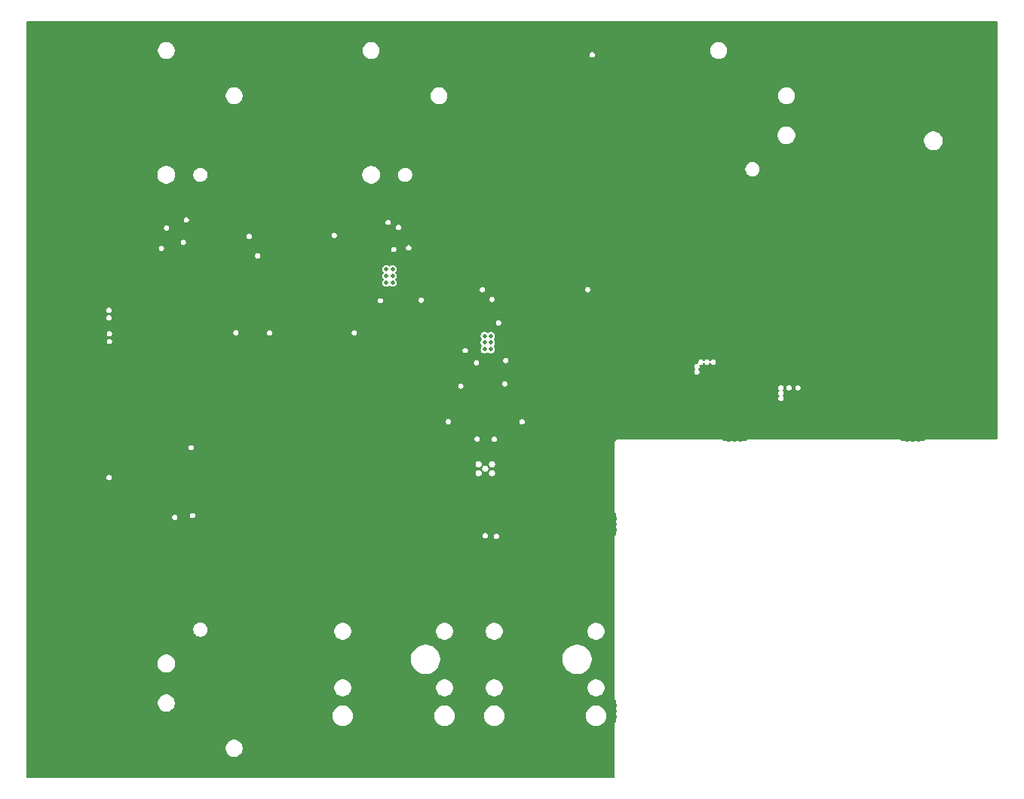
<source format=gbr>
%TF.GenerationSoftware,KiCad,Pcbnew,9.0.2*%
%TF.CreationDate,2025-06-30T01:24:13-05:00*%
%TF.ProjectId,STEVEannouncer,53544556-4561-46e6-9e6f-756e6365722e,rev?*%
%TF.SameCoordinates,PX52f83c0PY90f5600*%
%TF.FileFunction,Copper,L2,Inr*%
%TF.FilePolarity,Positive*%
%FSLAX46Y46*%
G04 Gerber Fmt 4.6, Leading zero omitted, Abs format (unit mm)*
G04 Created by KiCad (PCBNEW 9.0.2) date 2025-06-30 01:24:13*
%MOMM*%
%LPD*%
G01*
G04 APERTURE LIST*
%TA.AperFunction,ComponentPad*%
%ADD10C,2.900000*%
%TD*%
%TA.AperFunction,ComponentPad*%
%ADD11C,3.400000*%
%TD*%
%TA.AperFunction,HeatsinkPad*%
%ADD12C,0.500000*%
%TD*%
%TA.AperFunction,ComponentPad*%
%ADD13C,3.600000*%
%TD*%
%TA.AperFunction,ComponentPad*%
%ADD14C,3.700000*%
%TD*%
%TA.AperFunction,ComponentPad*%
%ADD15C,3.000000*%
%TD*%
%TA.AperFunction,ViaPad*%
%ADD16C,0.500000*%
%TD*%
G04 APERTURE END LIST*
D10*
%TO.N,GND*%
%TO.C,J301*%
X28250000Y6980000D03*
D11*
X23810000Y12700000D03*
%TD*%
D12*
%TO.N,-5V*%
%TO.C,U402*%
X52630000Y48630000D03*
X52630000Y49380000D03*
X52630000Y50130000D03*
X51930000Y48630000D03*
X51930000Y49380000D03*
X51930000Y50130000D03*
%TD*%
%TO.N,-5V*%
%TO.C,U302*%
X40900000Y57600000D03*
X40900000Y56850000D03*
X40900000Y56100000D03*
X41600000Y57600000D03*
X41600000Y56850000D03*
X41600000Y56100000D03*
%TD*%
D11*
%TO.N,GND*%
%TO.C,J401*%
X78190000Y73300000D03*
D10*
X73750000Y79020000D03*
%TD*%
D11*
%TO.N,GND*%
%TO.C,J306*%
X46810000Y68220000D03*
D10*
X43000000Y73300000D03*
%TD*%
D13*
%TO.N,GND*%
%TO.C,H103*%
X106000000Y42000000D03*
%TD*%
%TO.N,GND*%
%TO.C,H101*%
X4000000Y4000000D03*
%TD*%
D14*
%TO.N,GND*%
%TO.C,J201*%
X99000000Y77650000D03*
X95700000Y72060000D03*
%TD*%
D15*
%TO.N,GND*%
%TO.C,J407*%
X64430000Y4250000D03*
X53000000Y4250000D03*
%TD*%
D13*
%TO.N,GND*%
%TO.C,H102*%
X4000000Y82000000D03*
%TD*%
D15*
%TO.N,GND*%
%TO.C,J406*%
X47430000Y4250000D03*
X36000000Y4250000D03*
%TD*%
D11*
%TO.N,GND*%
%TO.C,J307*%
X23810000Y68220000D03*
D10*
X20000000Y73300000D03*
%TD*%
D13*
%TO.N,GND*%
%TO.C,H104*%
X106000000Y82000000D03*
%TD*%
D16*
%TO.N,GND*%
X37290000Y51500000D03*
X27780000Y51490000D03*
X105000000Y46357500D03*
X49640000Y37810000D03*
X61000000Y85000000D03*
X18000000Y35050000D03*
X29070000Y59270000D03*
X77540000Y44380000D03*
X18930000Y38540000D03*
X60760000Y42600000D03*
X42160000Y53980000D03*
X43270000Y42590000D03*
X23300000Y59400000D03*
X86040000Y48000000D03*
X13954467Y58836792D03*
X79750000Y40200000D03*
X85610000Y42040000D03*
X92530000Y44490000D03*
X54475000Y51275000D03*
X8025000Y35050000D03*
X56400000Y63750000D03*
X50680000Y41940000D03*
X80250000Y41400000D03*
X36740000Y60600000D03*
X14175000Y61450000D03*
X52000000Y38478977D03*
X57830000Y41330000D03*
X100800000Y46357500D03*
X25480000Y59160000D03*
X18100000Y65350000D03*
X51810000Y54270000D03*
X51010000Y51590000D03*
X68200000Y63600000D03*
X96600000Y46357500D03*
X28950000Y61850000D03*
X14710000Y49500000D03*
X32410000Y59920000D03*
X50750000Y27575000D03*
X54310000Y37840000D03*
X14700000Y53000000D03*
X14710000Y50360000D03*
X87040000Y45310000D03*
X44500000Y43780000D03*
X86040000Y45300000D03*
X20250000Y32950000D03*
X42470000Y54640000D03*
X87060000Y47290000D03*
X80850000Y40200000D03*
X59510000Y43790000D03*
X40770000Y58330000D03*
X53350000Y43225000D03*
X84000000Y65250000D03*
X50200000Y51720000D03*
X46120000Y41310000D03*
X44490000Y45210000D03*
X16200000Y21600000D03*
X37270000Y52500000D03*
X53465000Y47150000D03*
X59500000Y45210000D03*
X41250000Y65240000D03*
X39550000Y58310000D03*
X87050000Y47990000D03*
X86040000Y47290000D03*
X80250000Y42600000D03*
X53330000Y41950000D03*
X27760000Y52500000D03*
X76530000Y44380000D03*
X14700000Y52140000D03*
%TD*%
%TA.AperFunction,Conductor*%
%TO.N,GND*%
G36*
X109458691Y85480593D02*
G01*
X109494655Y85431093D01*
X109499500Y85400500D01*
X109499500Y38599500D01*
X109480593Y38541309D01*
X109431093Y38505345D01*
X109400500Y38500500D01*
X101665892Y38500500D01*
X101534108Y38500500D01*
X101456200Y38479625D01*
X101406809Y38466391D01*
X101292690Y38400504D01*
X101292685Y38400500D01*
X101219985Y38327800D01*
X101165468Y38300023D01*
X101105036Y38309595D01*
X101100504Y38312056D01*
X101091428Y38317295D01*
X101091426Y38317296D01*
X101091424Y38317297D01*
X101004830Y38340500D01*
X101004828Y38340500D01*
X100915172Y38340500D01*
X100915169Y38340500D01*
X100828575Y38317297D01*
X100828574Y38317296D01*
X100828572Y38317296D01*
X100828572Y38317295D01*
X100750928Y38272468D01*
X100710001Y38231542D01*
X100655487Y38203766D01*
X100595055Y38213337D01*
X100569999Y38231541D01*
X100529072Y38272468D01*
X100451428Y38317295D01*
X100451425Y38317296D01*
X100451424Y38317297D01*
X100364830Y38340500D01*
X100364828Y38340500D01*
X100275172Y38340500D01*
X100275169Y38340500D01*
X100188575Y38317297D01*
X100188574Y38317296D01*
X100188572Y38317296D01*
X100188572Y38317295D01*
X100110928Y38272468D01*
X100070001Y38231542D01*
X100015487Y38203766D01*
X99955055Y38213337D01*
X99929999Y38231541D01*
X99889072Y38272468D01*
X99811428Y38317295D01*
X99811425Y38317296D01*
X99811424Y38317297D01*
X99724830Y38340500D01*
X99724828Y38340500D01*
X99635172Y38340500D01*
X99635169Y38340500D01*
X99548575Y38317297D01*
X99548574Y38317296D01*
X99548572Y38317296D01*
X99548572Y38317295D01*
X99470928Y38272468D01*
X99430001Y38231542D01*
X99375487Y38203766D01*
X99315055Y38213337D01*
X99289999Y38231541D01*
X99249072Y38272468D01*
X99171428Y38317295D01*
X99171425Y38317296D01*
X99171424Y38317297D01*
X99084830Y38340500D01*
X99084828Y38340500D01*
X98995172Y38340500D01*
X98995169Y38340500D01*
X98908575Y38317297D01*
X98908569Y38317294D01*
X98899514Y38312066D01*
X98839666Y38299347D01*
X98783771Y38324235D01*
X98780032Y38327782D01*
X98707314Y38400500D01*
X98707311Y38400502D01*
X98707309Y38400504D01*
X98593189Y38466391D01*
X98593191Y38466391D01*
X98543799Y38479625D01*
X98465892Y38500500D01*
X81665892Y38500500D01*
X81534108Y38500500D01*
X81456200Y38479625D01*
X81406809Y38466391D01*
X81292690Y38400504D01*
X81292685Y38400500D01*
X81219985Y38327800D01*
X81165468Y38300023D01*
X81105036Y38309595D01*
X81100504Y38312056D01*
X81091428Y38317295D01*
X81091426Y38317296D01*
X81091424Y38317297D01*
X81004830Y38340500D01*
X81004828Y38340500D01*
X80915172Y38340500D01*
X80915169Y38340500D01*
X80828575Y38317297D01*
X80828574Y38317296D01*
X80828572Y38317296D01*
X80828572Y38317295D01*
X80750928Y38272468D01*
X80710001Y38231542D01*
X80655487Y38203766D01*
X80595055Y38213337D01*
X80569999Y38231541D01*
X80529072Y38272468D01*
X80451428Y38317295D01*
X80451425Y38317296D01*
X80451424Y38317297D01*
X80364830Y38340500D01*
X80364828Y38340500D01*
X80275172Y38340500D01*
X80275169Y38340500D01*
X80188575Y38317297D01*
X80188574Y38317296D01*
X80188572Y38317296D01*
X80188572Y38317295D01*
X80110928Y38272468D01*
X80070001Y38231542D01*
X80015487Y38203766D01*
X79955055Y38213337D01*
X79929999Y38231541D01*
X79889072Y38272468D01*
X79811428Y38317295D01*
X79811425Y38317296D01*
X79811424Y38317297D01*
X79724830Y38340500D01*
X79724828Y38340500D01*
X79635172Y38340500D01*
X79635169Y38340500D01*
X79548575Y38317297D01*
X79548574Y38317296D01*
X79548572Y38317296D01*
X79548572Y38317295D01*
X79470928Y38272468D01*
X79430001Y38231542D01*
X79375487Y38203766D01*
X79315055Y38213337D01*
X79289999Y38231541D01*
X79249072Y38272468D01*
X79171428Y38317295D01*
X79171425Y38317296D01*
X79171424Y38317297D01*
X79084830Y38340500D01*
X79084828Y38340500D01*
X78995172Y38340500D01*
X78995169Y38340500D01*
X78908575Y38317297D01*
X78908569Y38317294D01*
X78899514Y38312066D01*
X78839666Y38299347D01*
X78783771Y38324235D01*
X78780032Y38327782D01*
X78707314Y38400500D01*
X78707311Y38400502D01*
X78707309Y38400504D01*
X78593189Y38466391D01*
X78593191Y38466391D01*
X78543799Y38479625D01*
X78465892Y38500500D01*
X67065892Y38500500D01*
X66934108Y38500500D01*
X66856200Y38479625D01*
X66806809Y38466391D01*
X66692690Y38400504D01*
X66599496Y38307310D01*
X66533609Y38193191D01*
X66533608Y38193186D01*
X66499500Y38065892D01*
X66499500Y30665892D01*
X66499500Y30534108D01*
X66529579Y30421849D01*
X66533609Y30406810D01*
X66599496Y30292691D01*
X66599498Y30292689D01*
X66599500Y30292686D01*
X66672201Y30219985D01*
X66699977Y30165470D01*
X66690406Y30105038D01*
X66687934Y30100486D01*
X66682706Y30091431D01*
X66682703Y30091425D01*
X66659500Y30004831D01*
X66659500Y29915170D01*
X66682703Y29828576D01*
X66682704Y29828575D01*
X66682705Y29828572D01*
X66727532Y29750928D01*
X66768458Y29710002D01*
X66796234Y29655487D01*
X66786663Y29595055D01*
X66768459Y29570000D01*
X66727532Y29529072D01*
X66682704Y29451426D01*
X66682703Y29451425D01*
X66659500Y29364831D01*
X66659500Y29275170D01*
X66682703Y29188576D01*
X66682704Y29188575D01*
X66682705Y29188572D01*
X66727532Y29110928D01*
X66768458Y29070002D01*
X66796234Y29015487D01*
X66786663Y28955055D01*
X66768459Y28930000D01*
X66739921Y28901461D01*
X66727532Y28889072D01*
X66682704Y28811426D01*
X66682703Y28811425D01*
X66659500Y28724831D01*
X66659500Y28635170D01*
X66682703Y28548576D01*
X66682704Y28548575D01*
X66682705Y28548572D01*
X66727532Y28470928D01*
X66768458Y28430002D01*
X66796234Y28375487D01*
X66786663Y28315055D01*
X66768459Y28290000D01*
X66727532Y28249072D01*
X66682704Y28171426D01*
X66682703Y28171425D01*
X66659500Y28084831D01*
X66659500Y27995170D01*
X66682703Y27908576D01*
X66682703Y27908575D01*
X66682704Y27908574D01*
X66682705Y27908572D01*
X66687933Y27899516D01*
X66700654Y27839669D01*
X66675767Y27783774D01*
X66672200Y27780015D01*
X66599500Y27707315D01*
X66599496Y27707310D01*
X66533609Y27593191D01*
X66533608Y27593186D01*
X66499500Y27465892D01*
X66499500Y9534108D01*
X66509736Y9495908D01*
X66533609Y9406810D01*
X66599496Y9292691D01*
X66599498Y9292689D01*
X66599500Y9292686D01*
X66672201Y9219985D01*
X66699977Y9165470D01*
X66690406Y9105038D01*
X66687934Y9100486D01*
X66682706Y9091431D01*
X66682703Y9091425D01*
X66659500Y9004831D01*
X66659500Y8915170D01*
X66682703Y8828576D01*
X66682704Y8828575D01*
X66682705Y8828572D01*
X66727532Y8750928D01*
X66768458Y8710002D01*
X66796234Y8655487D01*
X66786663Y8595055D01*
X66768459Y8570000D01*
X66727532Y8529072D01*
X66682704Y8451426D01*
X66682703Y8451425D01*
X66659500Y8364831D01*
X66659500Y8275170D01*
X66682703Y8188576D01*
X66682704Y8188575D01*
X66682705Y8188572D01*
X66727532Y8110928D01*
X66768458Y8070002D01*
X66796234Y8015487D01*
X66786663Y7955055D01*
X66768459Y7930000D01*
X66730099Y7891639D01*
X66727532Y7889072D01*
X66682704Y7811426D01*
X66682703Y7811425D01*
X66659500Y7724831D01*
X66659500Y7635170D01*
X66682703Y7548576D01*
X66682704Y7548575D01*
X66682705Y7548572D01*
X66727532Y7470928D01*
X66768458Y7430002D01*
X66796234Y7375487D01*
X66786663Y7315055D01*
X66768459Y7290000D01*
X66727532Y7249072D01*
X66682704Y7171426D01*
X66682703Y7171425D01*
X66659500Y7084831D01*
X66659500Y6995170D01*
X66682703Y6908576D01*
X66682703Y6908575D01*
X66682704Y6908574D01*
X66682705Y6908572D01*
X66687933Y6899516D01*
X66700654Y6839669D01*
X66675767Y6783774D01*
X66672200Y6780015D01*
X66599500Y6707315D01*
X66599496Y6707310D01*
X66533609Y6593191D01*
X66499500Y6465891D01*
X66499500Y599500D01*
X66480593Y541309D01*
X66431093Y505345D01*
X66400500Y500500D01*
X599500Y500500D01*
X541309Y519407D01*
X505345Y568907D01*
X500500Y599500D01*
X500500Y3903619D01*
X22859500Y3903619D01*
X22859500Y3716382D01*
X22896026Y3532751D01*
X22967677Y3359771D01*
X22967681Y3359762D01*
X23014489Y3289711D01*
X23071698Y3204092D01*
X23204092Y3071698D01*
X23266102Y3030264D01*
X23359761Y2967682D01*
X23359767Y2967680D01*
X23359769Y2967678D01*
X23532749Y2896027D01*
X23716384Y2859500D01*
X23716385Y2859500D01*
X23903615Y2859500D01*
X23903616Y2859500D01*
X24087251Y2896027D01*
X24260231Y2967678D01*
X24260234Y2967681D01*
X24260238Y2967682D01*
X24307856Y2999500D01*
X24415908Y3071698D01*
X24548302Y3204092D01*
X24622282Y3314813D01*
X24652318Y3359762D01*
X24652319Y3359766D01*
X24652322Y3359769D01*
X24723973Y3532749D01*
X24760500Y3716384D01*
X24760500Y3903616D01*
X24723973Y4087251D01*
X24652322Y4260231D01*
X24652320Y4260233D01*
X24652318Y4260239D01*
X24592649Y4349537D01*
X24548302Y4415908D01*
X24415908Y4548302D01*
X24371559Y4577935D01*
X24260238Y4652319D01*
X24260229Y4652323D01*
X24087249Y4723974D01*
X23903618Y4760500D01*
X23903616Y4760500D01*
X23716384Y4760500D01*
X23716381Y4760500D01*
X23532750Y4723974D01*
X23359770Y4652323D01*
X23359761Y4652319D01*
X23204092Y4548302D01*
X23204088Y4548299D01*
X23071701Y4415912D01*
X23071698Y4415908D01*
X22967681Y4260239D01*
X22967677Y4260230D01*
X22896026Y4087250D01*
X22859500Y3903619D01*
X500500Y3903619D01*
X500500Y7540550D01*
X34849500Y7540550D01*
X34849500Y7359451D01*
X34877828Y7180594D01*
X34933788Y7008363D01*
X34991568Y6894963D01*
X35016004Y6847006D01*
X35122447Y6700499D01*
X35250499Y6572447D01*
X35397006Y6466004D01*
X35558361Y6383789D01*
X35730591Y6327829D01*
X35802136Y6316498D01*
X35909451Y6299500D01*
X35909454Y6299500D01*
X36090549Y6299500D01*
X36179977Y6313665D01*
X36269409Y6327829D01*
X36441639Y6383789D01*
X36602994Y6466004D01*
X36749501Y6572447D01*
X36877553Y6700499D01*
X36983996Y6847006D01*
X37066211Y7008361D01*
X37122171Y7180591D01*
X37148134Y7344513D01*
X37150500Y7359451D01*
X37150500Y7540550D01*
X46279500Y7540550D01*
X46279500Y7359451D01*
X46307828Y7180594D01*
X46363788Y7008363D01*
X46421568Y6894963D01*
X46446004Y6847006D01*
X46552447Y6700499D01*
X46680499Y6572447D01*
X46827006Y6466004D01*
X46988361Y6383789D01*
X47160591Y6327829D01*
X47232136Y6316498D01*
X47339451Y6299500D01*
X47339454Y6299500D01*
X47520549Y6299500D01*
X47609977Y6313665D01*
X47699409Y6327829D01*
X47871639Y6383789D01*
X48032994Y6466004D01*
X48179501Y6572447D01*
X48307553Y6700499D01*
X48413996Y6847006D01*
X48496211Y7008361D01*
X48552171Y7180591D01*
X48578134Y7344513D01*
X48580500Y7359451D01*
X48580500Y7540550D01*
X51849500Y7540550D01*
X51849500Y7359451D01*
X51877828Y7180594D01*
X51933788Y7008363D01*
X51991568Y6894963D01*
X52016004Y6847006D01*
X52122447Y6700499D01*
X52250499Y6572447D01*
X52397006Y6466004D01*
X52558361Y6383789D01*
X52730591Y6327829D01*
X52802136Y6316498D01*
X52909451Y6299500D01*
X52909454Y6299500D01*
X53090549Y6299500D01*
X53179977Y6313665D01*
X53269409Y6327829D01*
X53441639Y6383789D01*
X53602994Y6466004D01*
X53749501Y6572447D01*
X53877553Y6700499D01*
X53983996Y6847006D01*
X54066211Y7008361D01*
X54122171Y7180591D01*
X54148134Y7344513D01*
X54150500Y7359451D01*
X54150500Y7540550D01*
X63279500Y7540550D01*
X63279500Y7359451D01*
X63307828Y7180594D01*
X63363788Y7008363D01*
X63421568Y6894963D01*
X63446004Y6847006D01*
X63552447Y6700499D01*
X63680499Y6572447D01*
X63827006Y6466004D01*
X63988361Y6383789D01*
X64160591Y6327829D01*
X64232136Y6316498D01*
X64339451Y6299500D01*
X64339454Y6299500D01*
X64520549Y6299500D01*
X64609977Y6313665D01*
X64699409Y6327829D01*
X64871639Y6383789D01*
X65032994Y6466004D01*
X65179501Y6572447D01*
X65307553Y6700499D01*
X65413996Y6847006D01*
X65496211Y7008361D01*
X65552171Y7180591D01*
X65578134Y7344513D01*
X65580500Y7359451D01*
X65580500Y7540550D01*
X65552171Y7719407D01*
X65552171Y7719409D01*
X65496211Y7891639D01*
X65413996Y8052994D01*
X65307553Y8199501D01*
X65179501Y8327553D01*
X65032994Y8433996D01*
X65032993Y8433997D01*
X65032991Y8433998D01*
X64871637Y8516212D01*
X64699406Y8572172D01*
X64520549Y8600500D01*
X64520546Y8600500D01*
X64339454Y8600500D01*
X64339451Y8600500D01*
X64160593Y8572172D01*
X63988362Y8516212D01*
X63827008Y8433998D01*
X63753752Y8380775D01*
X63680499Y8327553D01*
X63552447Y8199501D01*
X63544510Y8188576D01*
X63446002Y8052992D01*
X63363788Y7891638D01*
X63307828Y7719407D01*
X63279500Y7540550D01*
X54150500Y7540550D01*
X54122171Y7719407D01*
X54122171Y7719409D01*
X54066211Y7891639D01*
X53983996Y8052994D01*
X53877553Y8199501D01*
X53749501Y8327553D01*
X53602994Y8433996D01*
X53602993Y8433997D01*
X53602991Y8433998D01*
X53441637Y8516212D01*
X53269406Y8572172D01*
X53090549Y8600500D01*
X53090546Y8600500D01*
X52909454Y8600500D01*
X52909451Y8600500D01*
X52730593Y8572172D01*
X52558362Y8516212D01*
X52397008Y8433998D01*
X52323752Y8380775D01*
X52250499Y8327553D01*
X52122447Y8199501D01*
X52114510Y8188576D01*
X52016002Y8052992D01*
X51933788Y7891638D01*
X51877828Y7719407D01*
X51849500Y7540550D01*
X48580500Y7540550D01*
X48552171Y7719407D01*
X48552171Y7719409D01*
X48496211Y7891639D01*
X48413996Y8052994D01*
X48307553Y8199501D01*
X48179501Y8327553D01*
X48032994Y8433996D01*
X48032993Y8433997D01*
X48032991Y8433998D01*
X47871637Y8516212D01*
X47699406Y8572172D01*
X47520549Y8600500D01*
X47520546Y8600500D01*
X47339454Y8600500D01*
X47339451Y8600500D01*
X47160593Y8572172D01*
X46988362Y8516212D01*
X46827008Y8433998D01*
X46753752Y8380775D01*
X46680499Y8327553D01*
X46552447Y8199501D01*
X46544510Y8188576D01*
X46446002Y8052992D01*
X46363788Y7891638D01*
X46307828Y7719407D01*
X46279500Y7540550D01*
X37150500Y7540550D01*
X37122171Y7719407D01*
X37122171Y7719409D01*
X37066211Y7891639D01*
X36983996Y8052994D01*
X36877553Y8199501D01*
X36749501Y8327553D01*
X36602994Y8433996D01*
X36602993Y8433997D01*
X36602991Y8433998D01*
X36441637Y8516212D01*
X36269406Y8572172D01*
X36090549Y8600500D01*
X36090546Y8600500D01*
X35909454Y8600500D01*
X35909451Y8600500D01*
X35730593Y8572172D01*
X35558362Y8516212D01*
X35397008Y8433998D01*
X35323752Y8380775D01*
X35250499Y8327553D01*
X35122447Y8199501D01*
X35114510Y8188576D01*
X35016002Y8052992D01*
X34933788Y7891638D01*
X34877828Y7719407D01*
X34849500Y7540550D01*
X500500Y7540550D01*
X500500Y8983619D01*
X15239500Y8983619D01*
X15239500Y8796382D01*
X15276026Y8612751D01*
X15347677Y8439771D01*
X15347681Y8439762D01*
X15422065Y8328441D01*
X15451698Y8284092D01*
X15584092Y8151698D01*
X15645107Y8110929D01*
X15739761Y8047682D01*
X15739767Y8047680D01*
X15739769Y8047678D01*
X15912749Y7976027D01*
X16096384Y7939500D01*
X16096385Y7939500D01*
X16283615Y7939500D01*
X16283616Y7939500D01*
X16467251Y7976027D01*
X16640231Y8047678D01*
X16640234Y8047681D01*
X16640238Y8047682D01*
X16685187Y8077718D01*
X16795908Y8151698D01*
X16928302Y8284092D01*
X17028465Y8433996D01*
X17032318Y8439762D01*
X17032319Y8439766D01*
X17032322Y8439769D01*
X17103973Y8612749D01*
X17140500Y8796384D01*
X17140500Y8983616D01*
X17103973Y9167251D01*
X17032322Y9340231D01*
X17032320Y9340233D01*
X17032318Y9340239D01*
X16972649Y9429537D01*
X16928302Y9495908D01*
X16795908Y9628302D01*
X16739651Y9665892D01*
X16640238Y9732319D01*
X16640229Y9732323D01*
X16467249Y9803974D01*
X16283618Y9840500D01*
X16283616Y9840500D01*
X16096384Y9840500D01*
X16096381Y9840500D01*
X15912750Y9803974D01*
X15739770Y9732323D01*
X15739761Y9732319D01*
X15584092Y9628302D01*
X15584088Y9628299D01*
X15451701Y9495912D01*
X15451698Y9495908D01*
X15347681Y9340239D01*
X15347677Y9340230D01*
X15276026Y9167250D01*
X15239500Y8983619D01*
X500500Y8983619D01*
X500500Y10693619D01*
X35049500Y10693619D01*
X35049500Y10506382D01*
X35086026Y10322751D01*
X35157677Y10149771D01*
X35157681Y10149762D01*
X35190598Y10100500D01*
X35261698Y9994092D01*
X35394092Y9861698D01*
X35460463Y9817351D01*
X35549761Y9757682D01*
X35549767Y9757680D01*
X35549769Y9757678D01*
X35722749Y9686027D01*
X35906384Y9649500D01*
X35906385Y9649500D01*
X36093615Y9649500D01*
X36093616Y9649500D01*
X36277251Y9686027D01*
X36450231Y9757678D01*
X36450234Y9757681D01*
X36450238Y9757682D01*
X36519516Y9803973D01*
X36605908Y9861698D01*
X36738302Y9994092D01*
X36812282Y10104813D01*
X36842318Y10149762D01*
X36842319Y10149766D01*
X36842322Y10149769D01*
X36913973Y10322749D01*
X36950500Y10506384D01*
X36950500Y10693616D01*
X36950499Y10693619D01*
X46479500Y10693619D01*
X46479500Y10506382D01*
X46516026Y10322751D01*
X46587677Y10149771D01*
X46587681Y10149762D01*
X46620598Y10100500D01*
X46691698Y9994092D01*
X46824092Y9861698D01*
X46890463Y9817351D01*
X46979761Y9757682D01*
X46979767Y9757680D01*
X46979769Y9757678D01*
X47152749Y9686027D01*
X47336384Y9649500D01*
X47336385Y9649500D01*
X47523615Y9649500D01*
X47523616Y9649500D01*
X47707251Y9686027D01*
X47880231Y9757678D01*
X47880234Y9757681D01*
X47880238Y9757682D01*
X47949516Y9803973D01*
X48035908Y9861698D01*
X48168302Y9994092D01*
X48242282Y10104813D01*
X48272318Y10149762D01*
X48272319Y10149766D01*
X48272322Y10149769D01*
X48343973Y10322749D01*
X48380500Y10506384D01*
X48380500Y10693616D01*
X48380499Y10693619D01*
X52049500Y10693619D01*
X52049500Y10506382D01*
X52086026Y10322751D01*
X52157677Y10149771D01*
X52157681Y10149762D01*
X52190598Y10100500D01*
X52261698Y9994092D01*
X52394092Y9861698D01*
X52460463Y9817351D01*
X52549761Y9757682D01*
X52549767Y9757680D01*
X52549769Y9757678D01*
X52722749Y9686027D01*
X52906384Y9649500D01*
X52906385Y9649500D01*
X53093615Y9649500D01*
X53093616Y9649500D01*
X53277251Y9686027D01*
X53450231Y9757678D01*
X53450234Y9757681D01*
X53450238Y9757682D01*
X53519516Y9803973D01*
X53605908Y9861698D01*
X53738302Y9994092D01*
X53812282Y10104813D01*
X53842318Y10149762D01*
X53842319Y10149766D01*
X53842322Y10149769D01*
X53913973Y10322749D01*
X53950500Y10506384D01*
X53950500Y10693616D01*
X53950499Y10693619D01*
X63479500Y10693619D01*
X63479500Y10506382D01*
X63516026Y10322751D01*
X63587677Y10149771D01*
X63587681Y10149762D01*
X63620598Y10100500D01*
X63691698Y9994092D01*
X63824092Y9861698D01*
X63890463Y9817351D01*
X63979761Y9757682D01*
X63979767Y9757680D01*
X63979769Y9757678D01*
X64152749Y9686027D01*
X64336384Y9649500D01*
X64336385Y9649500D01*
X64523615Y9649500D01*
X64523616Y9649500D01*
X64707251Y9686027D01*
X64880231Y9757678D01*
X64880234Y9757681D01*
X64880238Y9757682D01*
X64949516Y9803973D01*
X65035908Y9861698D01*
X65168302Y9994092D01*
X65242282Y10104813D01*
X65272318Y10149762D01*
X65272319Y10149766D01*
X65272322Y10149769D01*
X65343973Y10322749D01*
X65380500Y10506384D01*
X65380500Y10693616D01*
X65343973Y10877251D01*
X65272322Y11050231D01*
X65272320Y11050233D01*
X65272318Y11050239D01*
X65212649Y11139537D01*
X65168302Y11205908D01*
X65035908Y11338302D01*
X64991559Y11367935D01*
X64880238Y11442319D01*
X64880229Y11442323D01*
X64707249Y11513974D01*
X64523618Y11550500D01*
X64523616Y11550500D01*
X64336384Y11550500D01*
X64336381Y11550500D01*
X64152750Y11513974D01*
X63979770Y11442323D01*
X63979761Y11442319D01*
X63824092Y11338302D01*
X63824088Y11338299D01*
X63691701Y11205912D01*
X63691698Y11205908D01*
X63587681Y11050239D01*
X63587677Y11050230D01*
X63516026Y10877250D01*
X63479500Y10693619D01*
X53950499Y10693619D01*
X53913973Y10877251D01*
X53842322Y11050231D01*
X53842320Y11050233D01*
X53842318Y11050239D01*
X53782649Y11139537D01*
X53738302Y11205908D01*
X53605908Y11338302D01*
X53561559Y11367935D01*
X53450238Y11442319D01*
X53450229Y11442323D01*
X53277249Y11513974D01*
X53093618Y11550500D01*
X53093616Y11550500D01*
X52906384Y11550500D01*
X52906381Y11550500D01*
X52722750Y11513974D01*
X52549770Y11442323D01*
X52549761Y11442319D01*
X52394092Y11338302D01*
X52394088Y11338299D01*
X52261701Y11205912D01*
X52261698Y11205908D01*
X52157681Y11050239D01*
X52157677Y11050230D01*
X52086026Y10877250D01*
X52049500Y10693619D01*
X48380499Y10693619D01*
X48343973Y10877251D01*
X48272322Y11050231D01*
X48272320Y11050233D01*
X48272318Y11050239D01*
X48212649Y11139537D01*
X48168302Y11205908D01*
X48035908Y11338302D01*
X47991559Y11367935D01*
X47880238Y11442319D01*
X47880229Y11442323D01*
X47707249Y11513974D01*
X47523618Y11550500D01*
X47523616Y11550500D01*
X47336384Y11550500D01*
X47336381Y11550500D01*
X47152750Y11513974D01*
X46979770Y11442323D01*
X46979761Y11442319D01*
X46824092Y11338302D01*
X46824088Y11338299D01*
X46691701Y11205912D01*
X46691698Y11205908D01*
X46587681Y11050239D01*
X46587677Y11050230D01*
X46516026Y10877250D01*
X46479500Y10693619D01*
X36950499Y10693619D01*
X36913973Y10877251D01*
X36842322Y11050231D01*
X36842320Y11050233D01*
X36842318Y11050239D01*
X36782649Y11139537D01*
X36738302Y11205908D01*
X36605908Y11338302D01*
X36561559Y11367935D01*
X36450238Y11442319D01*
X36450229Y11442323D01*
X36277249Y11513974D01*
X36093618Y11550500D01*
X36093616Y11550500D01*
X35906384Y11550500D01*
X35906381Y11550500D01*
X35722750Y11513974D01*
X35549770Y11442323D01*
X35549761Y11442319D01*
X35394092Y11338302D01*
X35394088Y11338299D01*
X35261701Y11205912D01*
X35261698Y11205908D01*
X35157681Y11050239D01*
X35157677Y11050230D01*
X35086026Y10877250D01*
X35049500Y10693619D01*
X500500Y10693619D01*
X500500Y13433544D01*
X15189500Y13433544D01*
X15189500Y13236457D01*
X15227949Y13043166D01*
X15227949Y13043164D01*
X15303367Y12861087D01*
X15303368Y12861086D01*
X15412861Y12697218D01*
X15552218Y12557861D01*
X15716086Y12448368D01*
X15898165Y12372949D01*
X16091459Y12334500D01*
X16091460Y12334500D01*
X16288540Y12334500D01*
X16288541Y12334500D01*
X16481835Y12372949D01*
X16663914Y12448368D01*
X16827782Y12557861D01*
X16967139Y12697218D01*
X17076632Y12861086D01*
X17152051Y13043165D01*
X17190500Y13236459D01*
X17190500Y13433541D01*
X17152051Y13626835D01*
X17076632Y13808914D01*
X16995791Y13929901D01*
X43649500Y13929901D01*
X43649500Y13670100D01*
X43690138Y13413512D01*
X43747667Y13236459D01*
X43770421Y13166428D01*
X43888366Y12934949D01*
X44041069Y12724771D01*
X44224771Y12541069D01*
X44434949Y12388366D01*
X44666428Y12270421D01*
X44913507Y12190140D01*
X44913508Y12190140D01*
X44913511Y12190139D01*
X45170100Y12149500D01*
X45170103Y12149500D01*
X45429900Y12149500D01*
X45686488Y12190139D01*
X45686489Y12190140D01*
X45686493Y12190140D01*
X45933572Y12270421D01*
X46165051Y12388366D01*
X46375229Y12541069D01*
X46558931Y12724771D01*
X46711634Y12934949D01*
X46829579Y13166428D01*
X46909860Y13413507D01*
X46913033Y13433541D01*
X46950500Y13670100D01*
X46950500Y13929901D01*
X60649500Y13929901D01*
X60649500Y13670100D01*
X60690138Y13413512D01*
X60747667Y13236459D01*
X60770421Y13166428D01*
X60888366Y12934949D01*
X61041069Y12724771D01*
X61224771Y12541069D01*
X61434949Y12388366D01*
X61666428Y12270421D01*
X61913507Y12190140D01*
X61913508Y12190140D01*
X61913511Y12190139D01*
X62170100Y12149500D01*
X62170103Y12149500D01*
X62429900Y12149500D01*
X62686488Y12190139D01*
X62686489Y12190140D01*
X62686493Y12190140D01*
X62933572Y12270421D01*
X63165051Y12388366D01*
X63375229Y12541069D01*
X63558931Y12724771D01*
X63711634Y12934949D01*
X63829579Y13166428D01*
X63909860Y13413507D01*
X63913033Y13433541D01*
X63950500Y13670100D01*
X63950500Y13929901D01*
X63909861Y14186489D01*
X63898443Y14221632D01*
X63829579Y14433572D01*
X63711634Y14665051D01*
X63558931Y14875229D01*
X63375229Y15058931D01*
X63165051Y15211634D01*
X63165050Y15211635D01*
X63165048Y15211636D01*
X63057964Y15266198D01*
X62933572Y15329579D01*
X62933569Y15329580D01*
X62933567Y15329581D01*
X62686488Y15409862D01*
X62429900Y15450500D01*
X62429897Y15450500D01*
X62170103Y15450500D01*
X62170100Y15450500D01*
X61913511Y15409862D01*
X61666432Y15329581D01*
X61434951Y15211636D01*
X61224772Y15058932D01*
X61041068Y14875228D01*
X60888364Y14665049D01*
X60770419Y14433568D01*
X60690138Y14186489D01*
X60649500Y13929901D01*
X46950500Y13929901D01*
X46909861Y14186489D01*
X46898443Y14221632D01*
X46829579Y14433572D01*
X46711634Y14665051D01*
X46558931Y14875229D01*
X46375229Y15058931D01*
X46165051Y15211634D01*
X46165050Y15211635D01*
X46165048Y15211636D01*
X46057964Y15266198D01*
X45933572Y15329579D01*
X45933569Y15329580D01*
X45933567Y15329581D01*
X45686488Y15409862D01*
X45429900Y15450500D01*
X45429897Y15450500D01*
X45170103Y15450500D01*
X45170100Y15450500D01*
X44913511Y15409862D01*
X44666432Y15329581D01*
X44434951Y15211636D01*
X44224772Y15058932D01*
X44041068Y14875228D01*
X43888364Y14665049D01*
X43770419Y14433568D01*
X43690138Y14186489D01*
X43649500Y13929901D01*
X16995791Y13929901D01*
X16967139Y13972782D01*
X16827782Y14112139D01*
X16663914Y14221632D01*
X16663915Y14221632D01*
X16663913Y14221633D01*
X16481835Y14297051D01*
X16288543Y14335500D01*
X16288541Y14335500D01*
X16091459Y14335500D01*
X16091456Y14335500D01*
X15898165Y14297051D01*
X15898163Y14297051D01*
X15716086Y14221633D01*
X15552218Y14112139D01*
X15552214Y14112136D01*
X15412864Y13972786D01*
X15412861Y13972782D01*
X15303367Y13808914D01*
X15227949Y13626837D01*
X15227949Y13626835D01*
X15189500Y13433544D01*
X500500Y13433544D01*
X500500Y17228845D01*
X19199500Y17228845D01*
X19199500Y17071156D01*
X19230263Y16916504D01*
X19230263Y16916502D01*
X19290603Y16770826D01*
X19290609Y16770815D01*
X19343312Y16691941D01*
X19378211Y16639711D01*
X19489711Y16528211D01*
X19567876Y16475983D01*
X19620814Y16440610D01*
X19620825Y16440604D01*
X19674638Y16418315D01*
X19766503Y16380263D01*
X19921158Y16349500D01*
X19921159Y16349500D01*
X20078841Y16349500D01*
X20078842Y16349500D01*
X20233497Y16380263D01*
X20379179Y16440606D01*
X20510289Y16528211D01*
X20621789Y16639711D01*
X20709394Y16770821D01*
X20769737Y16916503D01*
X20795022Y17043619D01*
X35049500Y17043619D01*
X35049500Y16856382D01*
X35086026Y16672751D01*
X35157677Y16499771D01*
X35157681Y16499762D01*
X35197948Y16439500D01*
X35261698Y16344092D01*
X35394092Y16211698D01*
X35460463Y16167351D01*
X35549761Y16107682D01*
X35549767Y16107680D01*
X35549769Y16107678D01*
X35722749Y16036027D01*
X35906384Y15999500D01*
X35906385Y15999500D01*
X36093615Y15999500D01*
X36093616Y15999500D01*
X36277251Y16036027D01*
X36450231Y16107678D01*
X36450234Y16107681D01*
X36450238Y16107682D01*
X36495187Y16137718D01*
X36605908Y16211698D01*
X36738302Y16344092D01*
X36820020Y16466392D01*
X36842318Y16499762D01*
X36842319Y16499766D01*
X36842322Y16499769D01*
X36913973Y16672749D01*
X36950500Y16856384D01*
X36950500Y17043616D01*
X36950499Y17043619D01*
X46479500Y17043619D01*
X46479500Y16856382D01*
X46516026Y16672751D01*
X46587677Y16499771D01*
X46587681Y16499762D01*
X46627948Y16439500D01*
X46691698Y16344092D01*
X46824092Y16211698D01*
X46890463Y16167351D01*
X46979761Y16107682D01*
X46979767Y16107680D01*
X46979769Y16107678D01*
X47152749Y16036027D01*
X47336384Y15999500D01*
X47336385Y15999500D01*
X47523615Y15999500D01*
X47523616Y15999500D01*
X47707251Y16036027D01*
X47880231Y16107678D01*
X47880234Y16107681D01*
X47880238Y16107682D01*
X47925187Y16137718D01*
X48035908Y16211698D01*
X48168302Y16344092D01*
X48250020Y16466392D01*
X48272318Y16499762D01*
X48272319Y16499766D01*
X48272322Y16499769D01*
X48343973Y16672749D01*
X48380500Y16856384D01*
X48380500Y17043616D01*
X48380499Y17043619D01*
X52049500Y17043619D01*
X52049500Y16856382D01*
X52086026Y16672751D01*
X52157677Y16499771D01*
X52157681Y16499762D01*
X52197948Y16439500D01*
X52261698Y16344092D01*
X52394092Y16211698D01*
X52460463Y16167351D01*
X52549761Y16107682D01*
X52549767Y16107680D01*
X52549769Y16107678D01*
X52722749Y16036027D01*
X52906384Y15999500D01*
X52906385Y15999500D01*
X53093615Y15999500D01*
X53093616Y15999500D01*
X53277251Y16036027D01*
X53450231Y16107678D01*
X53450234Y16107681D01*
X53450238Y16107682D01*
X53495187Y16137718D01*
X53605908Y16211698D01*
X53738302Y16344092D01*
X53820020Y16466392D01*
X53842318Y16499762D01*
X53842319Y16499766D01*
X53842322Y16499769D01*
X53913973Y16672749D01*
X53950500Y16856384D01*
X53950500Y17043616D01*
X53950499Y17043619D01*
X63479500Y17043619D01*
X63479500Y16856382D01*
X63516026Y16672751D01*
X63587677Y16499771D01*
X63587681Y16499762D01*
X63627948Y16439500D01*
X63691698Y16344092D01*
X63824092Y16211698D01*
X63890463Y16167351D01*
X63979761Y16107682D01*
X63979767Y16107680D01*
X63979769Y16107678D01*
X64152749Y16036027D01*
X64336384Y15999500D01*
X64336385Y15999500D01*
X64523615Y15999500D01*
X64523616Y15999500D01*
X64707251Y16036027D01*
X64880231Y16107678D01*
X64880234Y16107681D01*
X64880238Y16107682D01*
X64925187Y16137718D01*
X65035908Y16211698D01*
X65168302Y16344092D01*
X65250020Y16466392D01*
X65272318Y16499762D01*
X65272319Y16499766D01*
X65272322Y16499769D01*
X65343973Y16672749D01*
X65380500Y16856384D01*
X65380500Y17043616D01*
X65343973Y17227251D01*
X65272322Y17400231D01*
X65272320Y17400233D01*
X65272318Y17400239D01*
X65212649Y17489537D01*
X65168302Y17555908D01*
X65035908Y17688302D01*
X64977195Y17727533D01*
X64880238Y17792319D01*
X64880229Y17792323D01*
X64707249Y17863974D01*
X64523618Y17900500D01*
X64523616Y17900500D01*
X64336384Y17900500D01*
X64336381Y17900500D01*
X64152750Y17863974D01*
X63979770Y17792323D01*
X63979761Y17792319D01*
X63824092Y17688302D01*
X63824088Y17688299D01*
X63691701Y17555912D01*
X63691698Y17555908D01*
X63587681Y17400239D01*
X63587677Y17400230D01*
X63516026Y17227250D01*
X63479500Y17043619D01*
X53950499Y17043619D01*
X53913973Y17227251D01*
X53842322Y17400231D01*
X53842320Y17400233D01*
X53842318Y17400239D01*
X53782649Y17489537D01*
X53738302Y17555908D01*
X53605908Y17688302D01*
X53547195Y17727533D01*
X53450238Y17792319D01*
X53450229Y17792323D01*
X53277249Y17863974D01*
X53093618Y17900500D01*
X53093616Y17900500D01*
X52906384Y17900500D01*
X52906381Y17900500D01*
X52722750Y17863974D01*
X52549770Y17792323D01*
X52549761Y17792319D01*
X52394092Y17688302D01*
X52394088Y17688299D01*
X52261701Y17555912D01*
X52261698Y17555908D01*
X52157681Y17400239D01*
X52157677Y17400230D01*
X52086026Y17227250D01*
X52049500Y17043619D01*
X48380499Y17043619D01*
X48343973Y17227251D01*
X48272322Y17400231D01*
X48272320Y17400233D01*
X48272318Y17400239D01*
X48212649Y17489537D01*
X48168302Y17555908D01*
X48035908Y17688302D01*
X47977195Y17727533D01*
X47880238Y17792319D01*
X47880229Y17792323D01*
X47707249Y17863974D01*
X47523618Y17900500D01*
X47523616Y17900500D01*
X47336384Y17900500D01*
X47336381Y17900500D01*
X47152750Y17863974D01*
X46979770Y17792323D01*
X46979761Y17792319D01*
X46824092Y17688302D01*
X46824088Y17688299D01*
X46691701Y17555912D01*
X46691698Y17555908D01*
X46587681Y17400239D01*
X46587677Y17400230D01*
X46516026Y17227250D01*
X46479500Y17043619D01*
X36950499Y17043619D01*
X36913973Y17227251D01*
X36842322Y17400231D01*
X36842320Y17400233D01*
X36842318Y17400239D01*
X36782649Y17489537D01*
X36738302Y17555908D01*
X36605908Y17688302D01*
X36547195Y17727533D01*
X36450238Y17792319D01*
X36450229Y17792323D01*
X36277249Y17863974D01*
X36093618Y17900500D01*
X36093616Y17900500D01*
X35906384Y17900500D01*
X35906381Y17900500D01*
X35722750Y17863974D01*
X35549770Y17792323D01*
X35549761Y17792319D01*
X35394092Y17688302D01*
X35394088Y17688299D01*
X35261701Y17555912D01*
X35261698Y17555908D01*
X35157681Y17400239D01*
X35157677Y17400230D01*
X35086026Y17227250D01*
X35049500Y17043619D01*
X20795022Y17043619D01*
X20800500Y17071158D01*
X20800500Y17228842D01*
X20769737Y17383497D01*
X20749622Y17432058D01*
X20709396Y17529175D01*
X20709390Y17529186D01*
X20662407Y17599500D01*
X20621789Y17660289D01*
X20510289Y17771789D01*
X20457870Y17806814D01*
X20379185Y17859391D01*
X20379174Y17859397D01*
X20233497Y17919737D01*
X20078844Y17950500D01*
X20078842Y17950500D01*
X19921158Y17950500D01*
X19921155Y17950500D01*
X19766503Y17919737D01*
X19766501Y17919737D01*
X19620825Y17859397D01*
X19620814Y17859391D01*
X19489711Y17771789D01*
X19489707Y17771786D01*
X19378214Y17660293D01*
X19378211Y17660289D01*
X19290609Y17529186D01*
X19290603Y17529175D01*
X19230263Y17383499D01*
X19230263Y17383497D01*
X19199500Y17228845D01*
X500500Y17228845D01*
X500500Y27729565D01*
X51699500Y27729565D01*
X51699500Y27650436D01*
X51719978Y27574012D01*
X51719980Y27574008D01*
X51759538Y27505492D01*
X51759540Y27505489D01*
X51815489Y27449540D01*
X51815491Y27449539D01*
X51884007Y27409981D01*
X51884011Y27409979D01*
X51960435Y27389501D01*
X51960437Y27389500D01*
X51960438Y27389500D01*
X52039563Y27389500D01*
X52039563Y27389501D01*
X52115989Y27409979D01*
X52184511Y27449540D01*
X52240460Y27505489D01*
X52280021Y27574011D01*
X52300266Y27649565D01*
X52949500Y27649565D01*
X52949500Y27570436D01*
X52969978Y27494012D01*
X52969980Y27494008D01*
X53009538Y27425492D01*
X53009540Y27425489D01*
X53065489Y27369540D01*
X53065491Y27369539D01*
X53134007Y27329981D01*
X53134011Y27329979D01*
X53210435Y27309501D01*
X53210437Y27309500D01*
X53210438Y27309500D01*
X53289563Y27309500D01*
X53289563Y27309501D01*
X53365989Y27329979D01*
X53434511Y27369540D01*
X53490460Y27425489D01*
X53530021Y27494011D01*
X53550500Y27570438D01*
X53550500Y27649562D01*
X53530021Y27725989D01*
X53527956Y27729565D01*
X53490461Y27794509D01*
X53490460Y27794511D01*
X53434511Y27850460D01*
X53434508Y27850462D01*
X53365992Y27890020D01*
X53365988Y27890022D01*
X53289564Y27910500D01*
X53289562Y27910500D01*
X53210438Y27910500D01*
X53210435Y27910500D01*
X53134011Y27890022D01*
X53134007Y27890020D01*
X53065491Y27850462D01*
X53009538Y27794509D01*
X52969980Y27725993D01*
X52969978Y27725989D01*
X52949500Y27649565D01*
X52300266Y27649565D01*
X52300500Y27650438D01*
X52300500Y27729562D01*
X52280021Y27805989D01*
X52240460Y27874511D01*
X52184511Y27930460D01*
X52184508Y27930462D01*
X52115992Y27970020D01*
X52115988Y27970022D01*
X52039564Y27990500D01*
X52039562Y27990500D01*
X51960438Y27990500D01*
X51960435Y27990500D01*
X51884011Y27970022D01*
X51884007Y27970020D01*
X51815491Y27930462D01*
X51759538Y27874509D01*
X51719980Y27805993D01*
X51719978Y27805989D01*
X51699500Y27729565D01*
X500500Y27729565D01*
X500500Y29799565D01*
X16829500Y29799565D01*
X16829500Y29720436D01*
X16849978Y29644012D01*
X16849980Y29644008D01*
X16879737Y29592468D01*
X16889540Y29575489D01*
X16945489Y29519540D01*
X16945491Y29519539D01*
X17014007Y29479981D01*
X17014011Y29479979D01*
X17090435Y29459501D01*
X17090437Y29459500D01*
X17090438Y29459500D01*
X17169563Y29459500D01*
X17169563Y29459501D01*
X17245989Y29479979D01*
X17314511Y29519540D01*
X17370460Y29575489D01*
X17410021Y29644011D01*
X17430500Y29720438D01*
X17430500Y29799562D01*
X17410021Y29875989D01*
X17403876Y29886632D01*
X17370461Y29944509D01*
X17370460Y29944511D01*
X17315406Y29999565D01*
X18829500Y29999565D01*
X18829500Y29920436D01*
X18849978Y29844012D01*
X18849980Y29844008D01*
X18888587Y29777139D01*
X18889540Y29775489D01*
X18945489Y29719540D01*
X18945491Y29719539D01*
X19014007Y29679981D01*
X19014011Y29679979D01*
X19090435Y29659501D01*
X19090437Y29659500D01*
X19090438Y29659500D01*
X19169563Y29659500D01*
X19169563Y29659501D01*
X19245989Y29679979D01*
X19314511Y29719540D01*
X19370460Y29775489D01*
X19410021Y29844011D01*
X19430500Y29920438D01*
X19430500Y29999562D01*
X19410021Y30075989D01*
X19401107Y30091428D01*
X19370461Y30144509D01*
X19370460Y30144511D01*
X19314511Y30200460D01*
X19314508Y30200462D01*
X19245992Y30240020D01*
X19245988Y30240022D01*
X19169564Y30260500D01*
X19169562Y30260500D01*
X19090438Y30260500D01*
X19090435Y30260500D01*
X19014011Y30240022D01*
X19014007Y30240020D01*
X18945491Y30200462D01*
X18889538Y30144509D01*
X18849980Y30075993D01*
X18849978Y30075989D01*
X18829500Y29999565D01*
X17315406Y29999565D01*
X17314511Y30000460D01*
X17314442Y30000500D01*
X17245992Y30040020D01*
X17245988Y30040022D01*
X17169564Y30060500D01*
X17169562Y30060500D01*
X17090438Y30060500D01*
X17090435Y30060500D01*
X17014011Y30040022D01*
X17014007Y30040020D01*
X16945491Y30000462D01*
X16889538Y29944509D01*
X16849980Y29875993D01*
X16849978Y29875989D01*
X16829500Y29799565D01*
X500500Y29799565D01*
X500500Y34259565D01*
X9469500Y34259565D01*
X9469500Y34180436D01*
X9489978Y34104012D01*
X9489980Y34104008D01*
X9529538Y34035492D01*
X9529540Y34035489D01*
X9585489Y33979540D01*
X9585491Y33979539D01*
X9654007Y33939981D01*
X9654011Y33939979D01*
X9730435Y33919501D01*
X9730437Y33919500D01*
X9730438Y33919500D01*
X9809563Y33919500D01*
X9809563Y33919501D01*
X9885989Y33939979D01*
X9954511Y33979540D01*
X10010460Y34035489D01*
X10050021Y34104011D01*
X10070500Y34180438D01*
X10070500Y34259562D01*
X10050021Y34335989D01*
X10037745Y34357251D01*
X10023647Y34381671D01*
X10010460Y34404511D01*
X9954511Y34460460D01*
X9954508Y34460462D01*
X9885992Y34500020D01*
X9885988Y34500022D01*
X9809564Y34520500D01*
X9809562Y34520500D01*
X9730438Y34520500D01*
X9730435Y34520500D01*
X9654011Y34500022D01*
X9654007Y34500020D01*
X9585491Y34460462D01*
X9529538Y34404509D01*
X9489980Y34335993D01*
X9489978Y34335989D01*
X9469500Y34259565D01*
X500500Y34259565D01*
X500500Y34776144D01*
X50899500Y34776144D01*
X50899500Y34683856D01*
X50923386Y34594712D01*
X50969531Y34514788D01*
X51034788Y34449531D01*
X51114712Y34403386D01*
X51203856Y34379500D01*
X51203858Y34379500D01*
X51296142Y34379500D01*
X51296144Y34379500D01*
X51385288Y34403386D01*
X51465212Y34449531D01*
X51530469Y34514788D01*
X51576614Y34594712D01*
X51600500Y34683856D01*
X51600500Y34776144D01*
X52399500Y34776144D01*
X52399500Y34683856D01*
X52423386Y34594712D01*
X52469531Y34514788D01*
X52534788Y34449531D01*
X52614712Y34403386D01*
X52703856Y34379500D01*
X52703858Y34379500D01*
X52796142Y34379500D01*
X52796144Y34379500D01*
X52885288Y34403386D01*
X52965212Y34449531D01*
X53030469Y34514788D01*
X53076614Y34594712D01*
X53100500Y34683856D01*
X53100500Y34776144D01*
X53076614Y34865288D01*
X53030469Y34945212D01*
X52965212Y35010469D01*
X52957731Y35014788D01*
X52885290Y35056613D01*
X52885289Y35056614D01*
X52885288Y35056614D01*
X52796144Y35080500D01*
X52703856Y35080500D01*
X52614712Y35056614D01*
X52614711Y35056614D01*
X52614709Y35056613D01*
X52534790Y35010471D01*
X52469529Y34945210D01*
X52423387Y34865291D01*
X52423386Y34865289D01*
X52423386Y34865288D01*
X52399500Y34776144D01*
X51600500Y34776144D01*
X51576614Y34865288D01*
X51530469Y34945212D01*
X51465212Y35010469D01*
X51457731Y35014788D01*
X51385290Y35056613D01*
X51385289Y35056614D01*
X51385288Y35056614D01*
X51296144Y35080500D01*
X51203856Y35080500D01*
X51114712Y35056614D01*
X51114711Y35056614D01*
X51114709Y35056613D01*
X51034790Y35010471D01*
X50969529Y34945210D01*
X50923387Y34865291D01*
X50923386Y34865289D01*
X50923386Y34865288D01*
X50899500Y34776144D01*
X500500Y34776144D01*
X500500Y35276144D01*
X51649500Y35276144D01*
X51649500Y35183856D01*
X51673386Y35094712D01*
X51673387Y35094710D01*
X51710459Y35030500D01*
X51719531Y35014788D01*
X51784788Y34949531D01*
X51864712Y34903386D01*
X51953856Y34879500D01*
X51953858Y34879500D01*
X52046142Y34879500D01*
X52046144Y34879500D01*
X52135288Y34903386D01*
X52215212Y34949531D01*
X52280469Y35014788D01*
X52326614Y35094712D01*
X52350500Y35183856D01*
X52350500Y35276144D01*
X52326614Y35365288D01*
X52280469Y35445212D01*
X52215212Y35510469D01*
X52207731Y35514788D01*
X52135290Y35556613D01*
X52135289Y35556614D01*
X52135288Y35556614D01*
X52046144Y35580500D01*
X51953856Y35580500D01*
X51864712Y35556614D01*
X51864711Y35556614D01*
X51864709Y35556613D01*
X51784790Y35510471D01*
X51719529Y35445210D01*
X51673387Y35365291D01*
X51673386Y35365289D01*
X51673386Y35365288D01*
X51649500Y35276144D01*
X500500Y35276144D01*
X500500Y35776144D01*
X50899500Y35776144D01*
X50899500Y35683856D01*
X50923386Y35594712D01*
X50969531Y35514788D01*
X51034788Y35449531D01*
X51114712Y35403386D01*
X51203856Y35379500D01*
X51203858Y35379500D01*
X51296142Y35379500D01*
X51296144Y35379500D01*
X51385288Y35403386D01*
X51465212Y35449531D01*
X51530469Y35514788D01*
X51576614Y35594712D01*
X51600500Y35683856D01*
X51600500Y35776144D01*
X52399500Y35776144D01*
X52399500Y35683856D01*
X52423386Y35594712D01*
X52469531Y35514788D01*
X52534788Y35449531D01*
X52614712Y35403386D01*
X52703856Y35379500D01*
X52703858Y35379500D01*
X52796142Y35379500D01*
X52796144Y35379500D01*
X52885288Y35403386D01*
X52965212Y35449531D01*
X53030469Y35514788D01*
X53076614Y35594712D01*
X53100500Y35683856D01*
X53100500Y35776144D01*
X53076614Y35865288D01*
X53030469Y35945212D01*
X52965212Y36010469D01*
X52885288Y36056614D01*
X52796144Y36080500D01*
X52703856Y36080500D01*
X52614712Y36056614D01*
X52614711Y36056614D01*
X52614709Y36056613D01*
X52534790Y36010471D01*
X52469529Y35945210D01*
X52423387Y35865291D01*
X52423386Y35865289D01*
X52423386Y35865288D01*
X52399500Y35776144D01*
X51600500Y35776144D01*
X51576614Y35865288D01*
X51530469Y35945212D01*
X51465212Y36010469D01*
X51385288Y36056614D01*
X51296144Y36080500D01*
X51203856Y36080500D01*
X51114712Y36056614D01*
X51114711Y36056614D01*
X51114709Y36056613D01*
X51034790Y36010471D01*
X50969529Y35945210D01*
X50923387Y35865291D01*
X50923386Y35865289D01*
X50923386Y35865288D01*
X50899500Y35776144D01*
X500500Y35776144D01*
X500500Y37619565D01*
X18679500Y37619565D01*
X18679500Y37540436D01*
X18699978Y37464012D01*
X18699980Y37464008D01*
X18739538Y37395492D01*
X18739540Y37395489D01*
X18795489Y37339540D01*
X18795491Y37339539D01*
X18864007Y37299981D01*
X18864011Y37299979D01*
X18940435Y37279501D01*
X18940437Y37279500D01*
X18940438Y37279500D01*
X19019563Y37279500D01*
X19019563Y37279501D01*
X19095989Y37299979D01*
X19164511Y37339540D01*
X19220460Y37395489D01*
X19260021Y37464011D01*
X19280500Y37540438D01*
X19280500Y37619562D01*
X19260021Y37695989D01*
X19220460Y37764511D01*
X19164511Y37820460D01*
X19164508Y37820462D01*
X19095992Y37860020D01*
X19095988Y37860022D01*
X19019564Y37880500D01*
X19019562Y37880500D01*
X18940438Y37880500D01*
X18940435Y37880500D01*
X18864011Y37860022D01*
X18864007Y37860020D01*
X18795491Y37820462D01*
X18739538Y37764509D01*
X18699980Y37695993D01*
X18699978Y37695989D01*
X18679500Y37619565D01*
X500500Y37619565D01*
X500500Y38589565D01*
X50789500Y38589565D01*
X50789500Y38510436D01*
X50809978Y38434012D01*
X50809980Y38434008D01*
X50815752Y38424011D01*
X50849540Y38365489D01*
X50905489Y38309540D01*
X50921973Y38300023D01*
X50974007Y38269981D01*
X50974011Y38269979D01*
X51050435Y38249501D01*
X51050437Y38249500D01*
X51050438Y38249500D01*
X51129563Y38249500D01*
X51129563Y38249501D01*
X51205989Y38269979D01*
X51274511Y38309540D01*
X51330460Y38365489D01*
X51370021Y38434011D01*
X51390500Y38510438D01*
X51390500Y38579565D01*
X52699500Y38579565D01*
X52699500Y38500436D01*
X52719978Y38424012D01*
X52719980Y38424008D01*
X52759538Y38355492D01*
X52759540Y38355489D01*
X52815489Y38299540D01*
X52838329Y38286353D01*
X52884007Y38259981D01*
X52884011Y38259979D01*
X52960435Y38239501D01*
X52960437Y38239500D01*
X52960438Y38239500D01*
X53039563Y38239500D01*
X53039563Y38239501D01*
X53115989Y38259979D01*
X53184511Y38299540D01*
X53240460Y38355489D01*
X53280021Y38424011D01*
X53300500Y38500438D01*
X53300500Y38579562D01*
X53280021Y38655989D01*
X53240460Y38724511D01*
X53184511Y38780460D01*
X53184508Y38780462D01*
X53115992Y38820020D01*
X53115988Y38820022D01*
X53039564Y38840500D01*
X53039562Y38840500D01*
X52960438Y38840500D01*
X52960435Y38840500D01*
X52884011Y38820022D01*
X52884007Y38820020D01*
X52815491Y38780462D01*
X52759538Y38724509D01*
X52719980Y38655993D01*
X52719978Y38655989D01*
X52699500Y38579565D01*
X51390500Y38579565D01*
X51390500Y38589562D01*
X51370021Y38665989D01*
X51330460Y38734511D01*
X51274511Y38790460D01*
X51274508Y38790462D01*
X51205992Y38830020D01*
X51205988Y38830022D01*
X51129564Y38850500D01*
X51129562Y38850500D01*
X51050438Y38850500D01*
X51050435Y38850500D01*
X50974011Y38830022D01*
X50974007Y38830020D01*
X50905491Y38790462D01*
X50849538Y38734509D01*
X50809980Y38665993D01*
X50809978Y38665989D01*
X50789500Y38589565D01*
X500500Y38589565D01*
X500500Y40549565D01*
X47549500Y40549565D01*
X47549500Y40470436D01*
X47569978Y40394012D01*
X47569980Y40394008D01*
X47609538Y40325492D01*
X47609540Y40325489D01*
X47665489Y40269540D01*
X47665491Y40269539D01*
X47734007Y40229981D01*
X47734011Y40229979D01*
X47810435Y40209501D01*
X47810437Y40209500D01*
X47810438Y40209500D01*
X47889563Y40209500D01*
X47889563Y40209501D01*
X47965989Y40229979D01*
X48034511Y40269540D01*
X48090460Y40325489D01*
X48130021Y40394011D01*
X48150500Y40470438D01*
X48150500Y40529565D01*
X55819500Y40529565D01*
X55819500Y40450436D01*
X55839978Y40374012D01*
X55839980Y40374008D01*
X55867991Y40325492D01*
X55879540Y40305489D01*
X55935489Y40249540D01*
X55935491Y40249539D01*
X56004007Y40209981D01*
X56004011Y40209979D01*
X56080435Y40189501D01*
X56080437Y40189500D01*
X56080438Y40189500D01*
X56159563Y40189500D01*
X56159563Y40189501D01*
X56235989Y40209979D01*
X56304511Y40249540D01*
X56360460Y40305489D01*
X56400021Y40374011D01*
X56420500Y40450438D01*
X56420500Y40529562D01*
X56400021Y40605989D01*
X56360460Y40674511D01*
X56304511Y40730460D01*
X56304508Y40730462D01*
X56235992Y40770020D01*
X56235988Y40770022D01*
X56159564Y40790500D01*
X56159562Y40790500D01*
X56080438Y40790500D01*
X56080435Y40790500D01*
X56004011Y40770022D01*
X56004007Y40770020D01*
X55935491Y40730462D01*
X55879538Y40674509D01*
X55839980Y40605993D01*
X55839978Y40605989D01*
X55819500Y40529565D01*
X48150500Y40529565D01*
X48150500Y40549562D01*
X48130021Y40625989D01*
X48090460Y40694511D01*
X48034511Y40750460D01*
X48034508Y40750462D01*
X47965992Y40790020D01*
X47965988Y40790022D01*
X47889564Y40810500D01*
X47889562Y40810500D01*
X47810438Y40810500D01*
X47810435Y40810500D01*
X47734011Y40790022D01*
X47734007Y40790020D01*
X47665491Y40750462D01*
X47609538Y40694509D01*
X47569980Y40625993D01*
X47569978Y40625989D01*
X47549500Y40549565D01*
X500500Y40549565D01*
X500500Y44539565D01*
X48949500Y44539565D01*
X48949500Y44460436D01*
X48969978Y44384012D01*
X48969980Y44384008D01*
X49009538Y44315492D01*
X49009540Y44315489D01*
X49065489Y44259540D01*
X49065491Y44259539D01*
X49134007Y44219981D01*
X49134011Y44219979D01*
X49210435Y44199501D01*
X49210437Y44199500D01*
X49210438Y44199500D01*
X49289563Y44199500D01*
X49289563Y44199501D01*
X49365989Y44219979D01*
X49434511Y44259540D01*
X49490460Y44315489D01*
X49504360Y44339565D01*
X84899500Y44339565D01*
X84899500Y44260436D01*
X84919978Y44184012D01*
X84919980Y44184008D01*
X84959538Y44115492D01*
X84959540Y44115489D01*
X85005027Y44070002D01*
X85032803Y44015487D01*
X85023232Y43955055D01*
X85005028Y43930000D01*
X84959540Y43884511D01*
X84959538Y43884509D01*
X84919980Y43815993D01*
X84919978Y43815989D01*
X84899500Y43739565D01*
X84899500Y43660436D01*
X84919978Y43584012D01*
X84919980Y43584008D01*
X84959538Y43515492D01*
X84959540Y43515489D01*
X85005027Y43470002D01*
X85032803Y43415487D01*
X85023232Y43355055D01*
X85005028Y43330000D01*
X84959540Y43284511D01*
X84959538Y43284509D01*
X84919980Y43215993D01*
X84919978Y43215989D01*
X84899500Y43139565D01*
X84899500Y43060436D01*
X84919978Y42984012D01*
X84919980Y42984008D01*
X84959538Y42915492D01*
X84959540Y42915489D01*
X85015489Y42859540D01*
X85015491Y42859539D01*
X85084007Y42819981D01*
X85084011Y42819979D01*
X85160435Y42799501D01*
X85160437Y42799500D01*
X85160438Y42799500D01*
X85239563Y42799500D01*
X85239563Y42799501D01*
X85315989Y42819979D01*
X85384511Y42859540D01*
X85440460Y42915489D01*
X85480021Y42984011D01*
X85500500Y43060438D01*
X85500500Y43139562D01*
X85480021Y43215989D01*
X85440460Y43284511D01*
X85394972Y43329999D01*
X85367197Y43384513D01*
X85376768Y43444945D01*
X85394971Y43470001D01*
X85440460Y43515489D01*
X85480021Y43584011D01*
X85500500Y43660438D01*
X85500500Y43739562D01*
X85480021Y43815989D01*
X85440460Y43884511D01*
X85394972Y43929999D01*
X85367197Y43984513D01*
X85376768Y44044945D01*
X85394971Y44070001D01*
X85440460Y44115489D01*
X85480021Y44184011D01*
X85500500Y44260438D01*
X85500500Y44339562D01*
X85500499Y44339565D01*
X85799500Y44339565D01*
X85799500Y44260436D01*
X85819978Y44184012D01*
X85819980Y44184008D01*
X85859538Y44115492D01*
X85859540Y44115489D01*
X85915489Y44059540D01*
X85915491Y44059539D01*
X85984007Y44019981D01*
X85984011Y44019979D01*
X86060435Y43999501D01*
X86060437Y43999500D01*
X86060438Y43999500D01*
X86139563Y43999500D01*
X86139563Y43999501D01*
X86215989Y44019979D01*
X86284511Y44059540D01*
X86340460Y44115489D01*
X86380021Y44184011D01*
X86400500Y44260438D01*
X86400500Y44339562D01*
X86400499Y44339565D01*
X86799500Y44339565D01*
X86799500Y44260436D01*
X86819978Y44184012D01*
X86819980Y44184008D01*
X86859538Y44115492D01*
X86859540Y44115489D01*
X86915489Y44059540D01*
X86915491Y44059539D01*
X86984007Y44019981D01*
X86984011Y44019979D01*
X87060435Y43999501D01*
X87060437Y43999500D01*
X87060438Y43999500D01*
X87139563Y43999500D01*
X87139563Y43999501D01*
X87215989Y44019979D01*
X87284511Y44059540D01*
X87340460Y44115489D01*
X87380021Y44184011D01*
X87400500Y44260438D01*
X87400500Y44339562D01*
X87380021Y44415989D01*
X87340460Y44484511D01*
X87284511Y44540460D01*
X87284508Y44540462D01*
X87215992Y44580020D01*
X87215988Y44580022D01*
X87139564Y44600500D01*
X87139562Y44600500D01*
X87060438Y44600500D01*
X87060435Y44600500D01*
X86984011Y44580022D01*
X86984007Y44580020D01*
X86915491Y44540462D01*
X86859538Y44484509D01*
X86819980Y44415993D01*
X86819978Y44415989D01*
X86799500Y44339565D01*
X86400499Y44339565D01*
X86380021Y44415989D01*
X86340460Y44484511D01*
X86284511Y44540460D01*
X86284508Y44540462D01*
X86215992Y44580020D01*
X86215988Y44580022D01*
X86139564Y44600500D01*
X86139562Y44600500D01*
X86060438Y44600500D01*
X86060435Y44600500D01*
X85984011Y44580022D01*
X85984007Y44580020D01*
X85915491Y44540462D01*
X85859538Y44484509D01*
X85819980Y44415993D01*
X85819978Y44415989D01*
X85799500Y44339565D01*
X85500499Y44339565D01*
X85480021Y44415989D01*
X85440460Y44484511D01*
X85384511Y44540460D01*
X85384508Y44540462D01*
X85315992Y44580020D01*
X85315988Y44580022D01*
X85239564Y44600500D01*
X85239562Y44600500D01*
X85160438Y44600500D01*
X85160435Y44600500D01*
X85084011Y44580022D01*
X85084007Y44580020D01*
X85015491Y44540462D01*
X84959538Y44484509D01*
X84919980Y44415993D01*
X84919978Y44415989D01*
X84899500Y44339565D01*
X49504360Y44339565D01*
X49530021Y44384011D01*
X49550500Y44460438D01*
X49550500Y44539562D01*
X49530021Y44615989D01*
X49490460Y44684511D01*
X49434511Y44740460D01*
X49434508Y44740462D01*
X49365992Y44780020D01*
X49365988Y44780022D01*
X49293053Y44799565D01*
X53899500Y44799565D01*
X53899500Y44720436D01*
X53919978Y44644012D01*
X53919980Y44644008D01*
X53936155Y44615993D01*
X53959540Y44575489D01*
X54015489Y44519540D01*
X54015491Y44519539D01*
X54084007Y44479981D01*
X54084011Y44479979D01*
X54160435Y44459501D01*
X54160437Y44459500D01*
X54160438Y44459500D01*
X54239563Y44459500D01*
X54239563Y44459501D01*
X54315989Y44479979D01*
X54384511Y44519540D01*
X54440460Y44575489D01*
X54480021Y44644011D01*
X54500500Y44720438D01*
X54500500Y44799562D01*
X54480021Y44875989D01*
X54440460Y44944511D01*
X54384511Y45000460D01*
X54384508Y45000462D01*
X54315992Y45040020D01*
X54315988Y45040022D01*
X54239564Y45060500D01*
X54239562Y45060500D01*
X54160438Y45060500D01*
X54160435Y45060500D01*
X54084011Y45040022D01*
X54084007Y45040020D01*
X54015491Y45000462D01*
X53959538Y44944509D01*
X53919980Y44875993D01*
X53919978Y44875989D01*
X53899500Y44799565D01*
X49293053Y44799565D01*
X49289564Y44800500D01*
X49289562Y44800500D01*
X49210438Y44800500D01*
X49210435Y44800500D01*
X49134011Y44780022D01*
X49134007Y44780020D01*
X49065491Y44740462D01*
X49009538Y44684509D01*
X48969980Y44615993D01*
X48969978Y44615989D01*
X48949500Y44539565D01*
X500500Y44539565D01*
X500500Y46739565D01*
X75449500Y46739565D01*
X75449500Y46660436D01*
X75469978Y46584012D01*
X75469980Y46584008D01*
X75509538Y46515492D01*
X75509540Y46515489D01*
X75555027Y46470002D01*
X75582803Y46415487D01*
X75573232Y46355055D01*
X75555028Y46330000D01*
X75509540Y46284511D01*
X75509538Y46284509D01*
X75469980Y46215993D01*
X75469978Y46215989D01*
X75449500Y46139565D01*
X75449500Y46060436D01*
X75469978Y45984012D01*
X75469980Y45984008D01*
X75509538Y45915492D01*
X75509540Y45915489D01*
X75565489Y45859540D01*
X75565491Y45859539D01*
X75634007Y45819981D01*
X75634011Y45819979D01*
X75710435Y45799501D01*
X75710437Y45799500D01*
X75710438Y45799500D01*
X75789563Y45799500D01*
X75789563Y45799501D01*
X75865989Y45819979D01*
X75934511Y45859540D01*
X75990460Y45915489D01*
X76030021Y45984011D01*
X76050500Y46060438D01*
X76050500Y46139562D01*
X76030021Y46215989D01*
X75990460Y46284511D01*
X75944972Y46329999D01*
X75917197Y46384513D01*
X75926768Y46444945D01*
X75944971Y46470001D01*
X75990460Y46515489D01*
X76030021Y46584011D01*
X76050500Y46660438D01*
X76050500Y46739562D01*
X76040206Y46777979D01*
X76043408Y46839079D01*
X76081913Y46886629D01*
X76141014Y46902465D01*
X76156246Y46900052D01*
X76160437Y46899500D01*
X76160438Y46899500D01*
X76239563Y46899500D01*
X76239563Y46899501D01*
X76315989Y46919979D01*
X76384511Y46959540D01*
X76440460Y47015489D01*
X76454125Y47039159D01*
X76464264Y47056718D01*
X76509733Y47097659D01*
X76570584Y47104055D01*
X76623572Y47073462D01*
X76635736Y47056718D01*
X76659538Y47015492D01*
X76659540Y47015489D01*
X76715489Y46959540D01*
X76715491Y46959539D01*
X76784007Y46919981D01*
X76784011Y46919979D01*
X76860435Y46899501D01*
X76860437Y46899500D01*
X76860438Y46899500D01*
X76939563Y46899500D01*
X76939563Y46899501D01*
X77015989Y46919979D01*
X77084511Y46959540D01*
X77140460Y47015489D01*
X77154125Y47039159D01*
X77164264Y47056718D01*
X77209733Y47097659D01*
X77270584Y47104055D01*
X77323572Y47073462D01*
X77335736Y47056718D01*
X77359538Y47015492D01*
X77359540Y47015489D01*
X77415489Y46959540D01*
X77415491Y46959539D01*
X77484007Y46919981D01*
X77484011Y46919979D01*
X77560435Y46899501D01*
X77560437Y46899500D01*
X77560438Y46899500D01*
X77639563Y46899500D01*
X77639563Y46899501D01*
X77715989Y46919979D01*
X77784511Y46959540D01*
X77840460Y47015489D01*
X77880021Y47084011D01*
X77900500Y47160438D01*
X77900500Y47239562D01*
X77880021Y47315989D01*
X77873929Y47326540D01*
X77840461Y47384509D01*
X77840460Y47384511D01*
X77784511Y47440460D01*
X77784508Y47440462D01*
X77715992Y47480020D01*
X77715988Y47480022D01*
X77639564Y47500500D01*
X77639562Y47500500D01*
X77560438Y47500500D01*
X77560435Y47500500D01*
X77484011Y47480022D01*
X77484007Y47480020D01*
X77415491Y47440462D01*
X77359539Y47384510D01*
X77335736Y47343282D01*
X77290266Y47302341D01*
X77229415Y47295947D01*
X77176428Y47326540D01*
X77164264Y47343282D01*
X77140461Y47384509D01*
X77140460Y47384511D01*
X77084511Y47440460D01*
X77084508Y47440462D01*
X77015992Y47480020D01*
X77015988Y47480022D01*
X76939564Y47500500D01*
X76939562Y47500500D01*
X76860438Y47500500D01*
X76860435Y47500500D01*
X76784011Y47480022D01*
X76784007Y47480020D01*
X76715491Y47440462D01*
X76659539Y47384510D01*
X76635736Y47343282D01*
X76590266Y47302341D01*
X76529415Y47295947D01*
X76476428Y47326540D01*
X76464264Y47343282D01*
X76440461Y47384509D01*
X76440460Y47384511D01*
X76384511Y47440460D01*
X76384508Y47440462D01*
X76315992Y47480020D01*
X76315988Y47480022D01*
X76239564Y47500500D01*
X76239562Y47500500D01*
X76160438Y47500500D01*
X76160435Y47500500D01*
X76084011Y47480022D01*
X76084007Y47480020D01*
X76015491Y47440462D01*
X75959538Y47384509D01*
X75919980Y47315993D01*
X75919978Y47315989D01*
X75899500Y47239565D01*
X75899500Y47160438D01*
X75899499Y47160438D01*
X75909793Y47122022D01*
X75906590Y47060921D01*
X75868084Y47013371D01*
X75808984Y46997536D01*
X75793725Y46999952D01*
X75789562Y47000500D01*
X75710438Y47000500D01*
X75710435Y47000500D01*
X75634011Y46980022D01*
X75634007Y46980020D01*
X75565491Y46940462D01*
X75509538Y46884509D01*
X75469980Y46815993D01*
X75469978Y46815989D01*
X75449500Y46739565D01*
X500500Y46739565D01*
X500500Y47169565D01*
X50709500Y47169565D01*
X50709500Y47090436D01*
X50729978Y47014012D01*
X50729980Y47014008D01*
X50761428Y46959539D01*
X50769540Y46945489D01*
X50825489Y46889540D01*
X50825491Y46889539D01*
X50894007Y46849981D01*
X50894011Y46849979D01*
X50970435Y46829501D01*
X50970437Y46829500D01*
X50970438Y46829500D01*
X51049560Y46829500D01*
X51049562Y46829500D01*
X51095012Y46841679D01*
X51095015Y46841679D01*
X51112782Y46846441D01*
X51125989Y46849979D01*
X51194511Y46889540D01*
X51250460Y46945489D01*
X51290021Y47014011D01*
X51310500Y47090438D01*
X51310500Y47169562D01*
X51290021Y47245989D01*
X51290018Y47245996D01*
X51250461Y47314509D01*
X51250460Y47314511D01*
X51194511Y47370460D01*
X51194508Y47370462D01*
X51125992Y47410020D01*
X51125988Y47410022D01*
X51053147Y47429540D01*
X53999525Y47429540D01*
X53999525Y47350411D01*
X54020003Y47273987D01*
X54020005Y47273983D01*
X54059563Y47205467D01*
X54059565Y47205464D01*
X54115514Y47149515D01*
X54115516Y47149514D01*
X54184032Y47109956D01*
X54184036Y47109954D01*
X54260460Y47089476D01*
X54260462Y47089475D01*
X54260463Y47089475D01*
X54339588Y47089475D01*
X54339588Y47089476D01*
X54416014Y47109954D01*
X54484536Y47149515D01*
X54540485Y47205464D01*
X54580046Y47273986D01*
X54600525Y47350413D01*
X54600525Y47429537D01*
X54580046Y47505964D01*
X54540485Y47574486D01*
X54484536Y47630435D01*
X54484533Y47630437D01*
X54416017Y47669995D01*
X54416013Y47669997D01*
X54339589Y47690475D01*
X54339587Y47690475D01*
X54260463Y47690475D01*
X54260460Y47690475D01*
X54184036Y47669997D01*
X54184032Y47669995D01*
X54115516Y47630437D01*
X54059563Y47574484D01*
X54020005Y47505968D01*
X54020003Y47505964D01*
X53999525Y47429540D01*
X51053147Y47429540D01*
X51049564Y47430500D01*
X51049562Y47430500D01*
X50970438Y47430500D01*
X50970435Y47430500D01*
X50894011Y47410022D01*
X50894007Y47410020D01*
X50825491Y47370462D01*
X50769538Y47314509D01*
X50729982Y47245996D01*
X50729978Y47245989D01*
X50709500Y47169565D01*
X500500Y47169565D01*
X500500Y48539565D01*
X49449500Y48539565D01*
X49449500Y48460436D01*
X49469978Y48384012D01*
X49469980Y48384008D01*
X49493715Y48342898D01*
X49509540Y48315489D01*
X49565489Y48259540D01*
X49565491Y48259539D01*
X49634007Y48219981D01*
X49634011Y48219979D01*
X49710435Y48199501D01*
X49710437Y48199500D01*
X49710438Y48199500D01*
X49789563Y48199500D01*
X49789563Y48199501D01*
X49865989Y48219979D01*
X49934511Y48259540D01*
X49990460Y48315489D01*
X50030021Y48384011D01*
X50050500Y48460438D01*
X50050500Y48539562D01*
X50030021Y48615989D01*
X49990460Y48684511D01*
X49934511Y48740460D01*
X49934508Y48740462D01*
X49865992Y48780020D01*
X49865988Y48780022D01*
X49789564Y48800500D01*
X49789562Y48800500D01*
X49710438Y48800500D01*
X49710435Y48800500D01*
X49634011Y48780022D01*
X49634007Y48780020D01*
X49565491Y48740462D01*
X49509538Y48684509D01*
X49469980Y48615993D01*
X49469978Y48615989D01*
X49449500Y48539565D01*
X500500Y48539565D01*
X500500Y49559565D01*
X9499500Y49559565D01*
X9499500Y49480436D01*
X9519978Y49404012D01*
X9519980Y49404008D01*
X9559538Y49335492D01*
X9559540Y49335489D01*
X9615489Y49279540D01*
X9615491Y49279539D01*
X9684007Y49239981D01*
X9684011Y49239979D01*
X9760435Y49219501D01*
X9760437Y49219500D01*
X9760438Y49219500D01*
X9839563Y49219500D01*
X9839563Y49219501D01*
X9915989Y49239979D01*
X9984511Y49279540D01*
X10040460Y49335489D01*
X10080021Y49404011D01*
X10100500Y49480438D01*
X10100500Y49559562D01*
X10080021Y49635989D01*
X10040460Y49704511D01*
X9984511Y49760460D01*
X9984508Y49760462D01*
X9915992Y49800020D01*
X9915988Y49800022D01*
X9839564Y49820500D01*
X9839562Y49820500D01*
X9760438Y49820500D01*
X9760435Y49820500D01*
X9684011Y49800022D01*
X9684007Y49800020D01*
X9615491Y49760462D01*
X9559538Y49704509D01*
X9519980Y49635993D01*
X9519978Y49635989D01*
X9499500Y49559565D01*
X500500Y49559565D01*
X500500Y50419565D01*
X9499500Y50419565D01*
X9499500Y50340436D01*
X9519978Y50264012D01*
X9519980Y50264008D01*
X9557224Y50199500D01*
X9559540Y50195489D01*
X9615489Y50139540D01*
X9615491Y50139539D01*
X9684007Y50099981D01*
X9684011Y50099979D01*
X9760435Y50079501D01*
X9760437Y50079500D01*
X9760438Y50079500D01*
X9839563Y50079500D01*
X9839563Y50079501D01*
X9915989Y50099979D01*
X9984511Y50139540D01*
X10034280Y50189309D01*
X51479500Y50189309D01*
X51479500Y50070691D01*
X51506574Y49969649D01*
X51510202Y49956110D01*
X51569507Y49853392D01*
X51569508Y49853391D01*
X51569509Y49853390D01*
X51569511Y49853387D01*
X51597894Y49825004D01*
X51597895Y49825003D01*
X51625671Y49770486D01*
X51616099Y49710054D01*
X51597895Y49684997D01*
X51569507Y49656609D01*
X51510202Y49553891D01*
X51510201Y49553886D01*
X51479500Y49439309D01*
X51479500Y49320691D01*
X51490527Y49279539D01*
X51510202Y49206110D01*
X51569507Y49103392D01*
X51569508Y49103391D01*
X51569509Y49103390D01*
X51569511Y49103387D01*
X51597894Y49075004D01*
X51597895Y49075003D01*
X51625671Y49020486D01*
X51616099Y48960054D01*
X51597895Y48934997D01*
X51569507Y48906609D01*
X51510202Y48803891D01*
X51503806Y48780021D01*
X51479500Y48689309D01*
X51479500Y48570691D01*
X51487841Y48539563D01*
X51510202Y48456110D01*
X51569507Y48353392D01*
X51569509Y48353390D01*
X51569511Y48353387D01*
X51653387Y48269511D01*
X51653389Y48269510D01*
X51653391Y48269508D01*
X51756110Y48210203D01*
X51756111Y48210203D01*
X51756114Y48210201D01*
X51870691Y48179500D01*
X51870693Y48179500D01*
X51989307Y48179500D01*
X51989309Y48179500D01*
X52103886Y48210201D01*
X52103888Y48210203D01*
X52103890Y48210203D01*
X52206608Y48269508D01*
X52206608Y48269509D01*
X52206613Y48269511D01*
X52209998Y48272897D01*
X52264513Y48300672D01*
X52324945Y48291101D01*
X52350000Y48272898D01*
X52353387Y48269511D01*
X52353389Y48269510D01*
X52353391Y48269508D01*
X52456110Y48210203D01*
X52456111Y48210203D01*
X52456114Y48210201D01*
X52570691Y48179500D01*
X52570693Y48179500D01*
X52689307Y48179500D01*
X52689309Y48179500D01*
X52803886Y48210201D01*
X52803888Y48210203D01*
X52803890Y48210203D01*
X52906608Y48269508D01*
X52906608Y48269509D01*
X52906613Y48269511D01*
X52990489Y48353387D01*
X53049799Y48456114D01*
X53080500Y48570691D01*
X53080500Y48689309D01*
X53049799Y48803886D01*
X53049797Y48803889D01*
X53049797Y48803891D01*
X52990492Y48906609D01*
X52990490Y48906611D01*
X52990489Y48906613D01*
X52962103Y48934999D01*
X52934328Y48989513D01*
X52943899Y49049945D01*
X52962102Y49075001D01*
X52990489Y49103387D01*
X53049799Y49206114D01*
X53080500Y49320691D01*
X53080500Y49439309D01*
X53049799Y49553886D01*
X53049797Y49553889D01*
X53049797Y49553891D01*
X52990492Y49656609D01*
X52990490Y49656611D01*
X52990489Y49656613D01*
X52962103Y49684999D01*
X52934328Y49739513D01*
X52943899Y49799945D01*
X52962102Y49825001D01*
X52990489Y49853387D01*
X53049799Y49956114D01*
X53080500Y50070691D01*
X53080500Y50189309D01*
X53049799Y50303886D01*
X53049797Y50303889D01*
X53049797Y50303891D01*
X52990492Y50406609D01*
X52990490Y50406611D01*
X52990489Y50406613D01*
X52906613Y50490489D01*
X52906610Y50490491D01*
X52906608Y50490493D01*
X52803889Y50549798D01*
X52803890Y50549798D01*
X52790351Y50553426D01*
X52689309Y50580500D01*
X52570691Y50580500D01*
X52511020Y50564511D01*
X52456109Y50549798D01*
X52353391Y50490493D01*
X52353383Y50490487D01*
X52349999Y50487102D01*
X52295481Y50459328D01*
X52235049Y50468903D01*
X52210001Y50487102D01*
X52206616Y50490487D01*
X52206608Y50490493D01*
X52103889Y50549798D01*
X52103890Y50549798D01*
X52090351Y50553426D01*
X51989309Y50580500D01*
X51870691Y50580500D01*
X51811020Y50564511D01*
X51756109Y50549798D01*
X51653391Y50490493D01*
X51569507Y50406609D01*
X51510202Y50303891D01*
X51510201Y50303886D01*
X51479500Y50189309D01*
X10034280Y50189309D01*
X10040460Y50195489D01*
X10080021Y50264011D01*
X10100500Y50340438D01*
X10100500Y50419562D01*
X10080021Y50495989D01*
X10079699Y50496547D01*
X10079698Y50496550D01*
X10079697Y50496551D01*
X10054862Y50539565D01*
X23699500Y50539565D01*
X23699500Y50460436D01*
X23719978Y50384012D01*
X23719980Y50384008D01*
X23759538Y50315492D01*
X23759540Y50315489D01*
X23815489Y50259540D01*
X23815491Y50259539D01*
X23884007Y50219981D01*
X23884011Y50219979D01*
X23960435Y50199501D01*
X23960437Y50199500D01*
X23960438Y50199500D01*
X24039563Y50199500D01*
X24039563Y50199501D01*
X24115989Y50219979D01*
X24184511Y50259540D01*
X24240460Y50315489D01*
X24280021Y50384011D01*
X24300500Y50460438D01*
X24300500Y50529565D01*
X27489500Y50529565D01*
X27489500Y50450436D01*
X27509978Y50374012D01*
X27509980Y50374008D01*
X27549538Y50305492D01*
X27549540Y50305489D01*
X27605489Y50249540D01*
X27605491Y50249539D01*
X27674007Y50209981D01*
X27674011Y50209979D01*
X27750435Y50189501D01*
X27750437Y50189500D01*
X27750438Y50189500D01*
X27829563Y50189500D01*
X27829563Y50189501D01*
X27905989Y50209979D01*
X27974511Y50249540D01*
X28030460Y50305489D01*
X28070021Y50374011D01*
X28090500Y50450438D01*
X28090500Y50529562D01*
X28090499Y50529565D01*
X36999500Y50529565D01*
X36999500Y50450436D01*
X37019978Y50374012D01*
X37019980Y50374008D01*
X37059538Y50305492D01*
X37059540Y50305489D01*
X37115489Y50249540D01*
X37115491Y50249539D01*
X37184007Y50209981D01*
X37184011Y50209979D01*
X37260435Y50189501D01*
X37260437Y50189500D01*
X37260438Y50189500D01*
X37339563Y50189500D01*
X37339563Y50189501D01*
X37415989Y50209979D01*
X37484511Y50249540D01*
X37540460Y50305489D01*
X37580021Y50374011D01*
X37600500Y50450438D01*
X37600500Y50529562D01*
X37580021Y50605989D01*
X37540460Y50674511D01*
X37484511Y50730460D01*
X37484508Y50730462D01*
X37415992Y50770020D01*
X37415988Y50770022D01*
X37339564Y50790500D01*
X37339562Y50790500D01*
X37260438Y50790500D01*
X37260435Y50790500D01*
X37184011Y50770022D01*
X37184007Y50770020D01*
X37115491Y50730462D01*
X37059538Y50674509D01*
X37019980Y50605993D01*
X37019978Y50605989D01*
X36999500Y50529565D01*
X28090499Y50529565D01*
X28070021Y50605989D01*
X28030460Y50674511D01*
X27974511Y50730460D01*
X27974508Y50730462D01*
X27905992Y50770020D01*
X27905988Y50770022D01*
X27829564Y50790500D01*
X27829562Y50790500D01*
X27750438Y50790500D01*
X27750435Y50790500D01*
X27674011Y50770022D01*
X27674007Y50770020D01*
X27605491Y50730462D01*
X27549538Y50674509D01*
X27509980Y50605993D01*
X27509978Y50605989D01*
X27489500Y50529565D01*
X24300500Y50529565D01*
X24300500Y50539562D01*
X24280021Y50615989D01*
X24240460Y50684511D01*
X24184511Y50740460D01*
X24184508Y50740462D01*
X24115992Y50780020D01*
X24115988Y50780022D01*
X24039564Y50800500D01*
X24039562Y50800500D01*
X23960438Y50800500D01*
X23960435Y50800500D01*
X23884011Y50780022D01*
X23884007Y50780020D01*
X23815491Y50740462D01*
X23759538Y50684509D01*
X23719980Y50615993D01*
X23719978Y50615989D01*
X23699500Y50539565D01*
X10054862Y50539565D01*
X10050188Y50547661D01*
X10040460Y50564511D01*
X9984511Y50620460D01*
X9984508Y50620462D01*
X9915992Y50660020D01*
X9915988Y50660022D01*
X9839564Y50680500D01*
X9839562Y50680500D01*
X9760438Y50680500D01*
X9760435Y50680500D01*
X9684011Y50660022D01*
X9684007Y50660020D01*
X9615491Y50620462D01*
X9559538Y50564509D01*
X9519980Y50495993D01*
X9519978Y50495989D01*
X9499500Y50419565D01*
X500500Y50419565D01*
X500500Y51639565D01*
X53199500Y51639565D01*
X53199500Y51560436D01*
X53219978Y51484012D01*
X53219980Y51484008D01*
X53259538Y51415492D01*
X53259540Y51415489D01*
X53315489Y51359540D01*
X53315491Y51359539D01*
X53384007Y51319981D01*
X53384011Y51319979D01*
X53460435Y51299501D01*
X53460437Y51299500D01*
X53460438Y51299500D01*
X53539563Y51299500D01*
X53539563Y51299501D01*
X53615989Y51319979D01*
X53684511Y51359540D01*
X53740460Y51415489D01*
X53780021Y51484011D01*
X53800500Y51560438D01*
X53800500Y51639562D01*
X53780021Y51715989D01*
X53740460Y51784511D01*
X53684511Y51840460D01*
X53651533Y51859500D01*
X53615992Y51880020D01*
X53615988Y51880022D01*
X53539564Y51900500D01*
X53539562Y51900500D01*
X53460438Y51900500D01*
X53460435Y51900500D01*
X53384011Y51880022D01*
X53384007Y51880020D01*
X53315491Y51840462D01*
X53259538Y51784509D01*
X53219980Y51715993D01*
X53219978Y51715989D01*
X53199500Y51639565D01*
X500500Y51639565D01*
X500500Y52199565D01*
X9439500Y52199565D01*
X9439500Y52120436D01*
X9459978Y52044012D01*
X9459980Y52044008D01*
X9499538Y51975492D01*
X9499540Y51975489D01*
X9555489Y51919540D01*
X9555491Y51919539D01*
X9624007Y51879981D01*
X9624011Y51879979D01*
X9700435Y51859501D01*
X9700437Y51859500D01*
X9700438Y51859500D01*
X9779563Y51859500D01*
X9779563Y51859501D01*
X9855989Y51879979D01*
X9924511Y51919540D01*
X9980460Y51975489D01*
X10020021Y52044011D01*
X10040500Y52120438D01*
X10040500Y52199562D01*
X10020021Y52275989D01*
X9980460Y52344511D01*
X9924511Y52400460D01*
X9924508Y52400462D01*
X9855992Y52440020D01*
X9855988Y52440022D01*
X9779564Y52460500D01*
X9779562Y52460500D01*
X9700438Y52460500D01*
X9700435Y52460500D01*
X9624011Y52440022D01*
X9624007Y52440020D01*
X9555491Y52400462D01*
X9499538Y52344509D01*
X9459980Y52275993D01*
X9459978Y52275989D01*
X9439500Y52199565D01*
X500500Y52199565D01*
X500500Y53059565D01*
X9439500Y53059565D01*
X9439500Y52980436D01*
X9459978Y52904012D01*
X9459980Y52904008D01*
X9499538Y52835492D01*
X9499540Y52835489D01*
X9555489Y52779540D01*
X9555491Y52779539D01*
X9624007Y52739981D01*
X9624011Y52739979D01*
X9700435Y52719501D01*
X9700437Y52719500D01*
X9700438Y52719500D01*
X9779563Y52719500D01*
X9779563Y52719501D01*
X9855989Y52739979D01*
X9924511Y52779540D01*
X9980460Y52835489D01*
X10020021Y52904011D01*
X10040500Y52980438D01*
X10040500Y53059562D01*
X10020021Y53135989D01*
X9980460Y53204511D01*
X9924511Y53260460D01*
X9924508Y53260462D01*
X9855992Y53300020D01*
X9855988Y53300022D01*
X9779564Y53320500D01*
X9779562Y53320500D01*
X9700438Y53320500D01*
X9700435Y53320500D01*
X9624011Y53300022D01*
X9624007Y53300020D01*
X9555491Y53260462D01*
X9499538Y53204509D01*
X9459980Y53135993D01*
X9459978Y53135989D01*
X9439500Y53059565D01*
X500500Y53059565D01*
X500500Y54129565D01*
X39929500Y54129565D01*
X39929500Y54050436D01*
X39949978Y53974012D01*
X39949980Y53974008D01*
X39989538Y53905492D01*
X39989540Y53905489D01*
X40045489Y53849540D01*
X40068329Y53836353D01*
X40114007Y53809981D01*
X40114011Y53809979D01*
X40190435Y53789501D01*
X40190437Y53789500D01*
X40190438Y53789500D01*
X40269563Y53789500D01*
X40269563Y53789501D01*
X40345989Y53809979D01*
X40414511Y53849540D01*
X40470460Y53905489D01*
X40510021Y53974011D01*
X40530500Y54050438D01*
X40530500Y54129562D01*
X40514422Y54189565D01*
X44499500Y54189565D01*
X44499500Y54110436D01*
X44519978Y54034012D01*
X44519980Y54034008D01*
X44559538Y53965492D01*
X44559540Y53965489D01*
X44615489Y53909540D01*
X44622506Y53905489D01*
X44684007Y53869981D01*
X44684011Y53869979D01*
X44760435Y53849501D01*
X44760437Y53849500D01*
X44760438Y53849500D01*
X44839563Y53849500D01*
X44839563Y53849501D01*
X44915989Y53869979D01*
X44984511Y53909540D01*
X45040460Y53965489D01*
X45080021Y54034011D01*
X45100500Y54110438D01*
X45100500Y54189562D01*
X45080021Y54265989D01*
X45080021Y54265990D01*
X45080019Y54265993D01*
X45066410Y54289565D01*
X52459500Y54289565D01*
X52459500Y54210436D01*
X52479978Y54134012D01*
X52479980Y54134008D01*
X52519538Y54065492D01*
X52519540Y54065489D01*
X52575489Y54009540D01*
X52575491Y54009539D01*
X52644007Y53969981D01*
X52644011Y53969979D01*
X52720435Y53949501D01*
X52720437Y53949500D01*
X52720438Y53949500D01*
X52799563Y53949500D01*
X52799563Y53949501D01*
X52875989Y53969979D01*
X52944511Y54009540D01*
X53000460Y54065489D01*
X53040021Y54134011D01*
X53060500Y54210438D01*
X53060500Y54289562D01*
X53040021Y54365989D01*
X53000460Y54434511D01*
X52944511Y54490460D01*
X52944508Y54490462D01*
X52875992Y54530020D01*
X52875988Y54530022D01*
X52799564Y54550500D01*
X52799562Y54550500D01*
X52720438Y54550500D01*
X52720435Y54550500D01*
X52644011Y54530022D01*
X52644007Y54530020D01*
X52575491Y54490462D01*
X52519538Y54434509D01*
X52479980Y54365993D01*
X52479978Y54365989D01*
X52459500Y54289565D01*
X45066410Y54289565D01*
X45040461Y54334509D01*
X45040460Y54334511D01*
X44984511Y54390460D01*
X44984442Y54390500D01*
X44915992Y54430020D01*
X44915988Y54430022D01*
X44839564Y54450500D01*
X44839562Y54450500D01*
X44760438Y54450500D01*
X44760435Y54450500D01*
X44684011Y54430022D01*
X44684007Y54430020D01*
X44615491Y54390462D01*
X44559538Y54334509D01*
X44519980Y54265993D01*
X44519978Y54265989D01*
X44499500Y54189565D01*
X40514422Y54189565D01*
X40510021Y54205989D01*
X40510019Y54205993D01*
X40510019Y54205994D01*
X40470461Y54274509D01*
X40470460Y54274511D01*
X40414511Y54330460D01*
X40407498Y54334509D01*
X40345992Y54370020D01*
X40345988Y54370022D01*
X40269564Y54390500D01*
X40269562Y54390500D01*
X40190438Y54390500D01*
X40190435Y54390500D01*
X40114011Y54370022D01*
X40114007Y54370020D01*
X40045491Y54330462D01*
X39989538Y54274509D01*
X39949980Y54205993D01*
X39949978Y54205989D01*
X39929500Y54129565D01*
X500500Y54129565D01*
X500500Y55379565D01*
X51379500Y55379565D01*
X51379500Y55300436D01*
X51399978Y55224012D01*
X51399980Y55224008D01*
X51439538Y55155492D01*
X51439540Y55155489D01*
X51495489Y55099540D01*
X51495491Y55099539D01*
X51564007Y55059981D01*
X51564011Y55059979D01*
X51640435Y55039501D01*
X51640437Y55039500D01*
X51640438Y55039500D01*
X51719563Y55039500D01*
X51719563Y55039501D01*
X51795989Y55059979D01*
X51864511Y55099540D01*
X51920460Y55155489D01*
X51960021Y55224011D01*
X51980500Y55300438D01*
X51980500Y55379562D01*
X51980499Y55379565D01*
X63219500Y55379565D01*
X63219500Y55300436D01*
X63239978Y55224012D01*
X63239980Y55224008D01*
X63279538Y55155492D01*
X63279540Y55155489D01*
X63335489Y55099540D01*
X63335491Y55099539D01*
X63404007Y55059981D01*
X63404011Y55059979D01*
X63480435Y55039501D01*
X63480437Y55039500D01*
X63480438Y55039500D01*
X63559563Y55039500D01*
X63559563Y55039501D01*
X63635989Y55059979D01*
X63704511Y55099540D01*
X63760460Y55155489D01*
X63800021Y55224011D01*
X63820500Y55300438D01*
X63820500Y55379562D01*
X63800021Y55455989D01*
X63760460Y55524511D01*
X63704511Y55580460D01*
X63704508Y55580462D01*
X63635992Y55620020D01*
X63635988Y55620022D01*
X63559564Y55640500D01*
X63559562Y55640500D01*
X63480438Y55640500D01*
X63480435Y55640500D01*
X63404011Y55620022D01*
X63404007Y55620020D01*
X63335491Y55580462D01*
X63279538Y55524509D01*
X63239980Y55455993D01*
X63239978Y55455989D01*
X63219500Y55379565D01*
X51980499Y55379565D01*
X51960021Y55455989D01*
X51920460Y55524511D01*
X51864511Y55580460D01*
X51864508Y55580462D01*
X51795992Y55620020D01*
X51795988Y55620022D01*
X51719564Y55640500D01*
X51719562Y55640500D01*
X51640438Y55640500D01*
X51640435Y55640500D01*
X51564011Y55620022D01*
X51564007Y55620020D01*
X51495491Y55580462D01*
X51439538Y55524509D01*
X51399980Y55455993D01*
X51399978Y55455989D01*
X51379500Y55379565D01*
X500500Y55379565D01*
X500500Y57659309D01*
X40449500Y57659309D01*
X40449500Y57540691D01*
X40476574Y57439649D01*
X40480202Y57426110D01*
X40539507Y57323392D01*
X40539508Y57323391D01*
X40539509Y57323390D01*
X40539511Y57323387D01*
X40567894Y57295004D01*
X40567895Y57295003D01*
X40595671Y57240486D01*
X40586099Y57180054D01*
X40567895Y57154997D01*
X40539507Y57126609D01*
X40480202Y57023891D01*
X40480201Y57023886D01*
X40449500Y56909309D01*
X40449500Y56790691D01*
X40476574Y56689649D01*
X40480202Y56676110D01*
X40539507Y56573392D01*
X40539508Y56573391D01*
X40539509Y56573390D01*
X40539511Y56573387D01*
X40567894Y56545004D01*
X40567895Y56545003D01*
X40595671Y56490486D01*
X40586099Y56430054D01*
X40567895Y56404997D01*
X40539507Y56376609D01*
X40480202Y56273891D01*
X40480201Y56273886D01*
X40449500Y56159309D01*
X40449500Y56040691D01*
X40476574Y55939649D01*
X40480202Y55926110D01*
X40539507Y55823392D01*
X40539509Y55823390D01*
X40539511Y55823387D01*
X40623387Y55739511D01*
X40623389Y55739510D01*
X40623391Y55739508D01*
X40726110Y55680203D01*
X40726111Y55680203D01*
X40726114Y55680201D01*
X40840691Y55649500D01*
X40840693Y55649500D01*
X40959307Y55649500D01*
X40959309Y55649500D01*
X41073886Y55680201D01*
X41073888Y55680203D01*
X41073890Y55680203D01*
X41176608Y55739508D01*
X41176608Y55739509D01*
X41176613Y55739511D01*
X41179998Y55742897D01*
X41234513Y55770672D01*
X41294945Y55761101D01*
X41320000Y55742898D01*
X41323387Y55739511D01*
X41323389Y55739510D01*
X41323391Y55739508D01*
X41426110Y55680203D01*
X41426111Y55680203D01*
X41426114Y55680201D01*
X41540691Y55649500D01*
X41540693Y55649500D01*
X41659307Y55649500D01*
X41659309Y55649500D01*
X41773886Y55680201D01*
X41773888Y55680203D01*
X41773890Y55680203D01*
X41876608Y55739508D01*
X41876608Y55739509D01*
X41876613Y55739511D01*
X41960489Y55823387D01*
X42019799Y55926114D01*
X42050500Y56040691D01*
X42050500Y56159309D01*
X42019799Y56273886D01*
X42019797Y56273889D01*
X42019797Y56273891D01*
X41960492Y56376609D01*
X41960490Y56376611D01*
X41960489Y56376613D01*
X41932103Y56404999D01*
X41904328Y56459513D01*
X41913899Y56519945D01*
X41932102Y56545001D01*
X41960489Y56573387D01*
X42019799Y56676114D01*
X42050500Y56790691D01*
X42050500Y56909309D01*
X42019799Y57023886D01*
X42019797Y57023889D01*
X42019797Y57023891D01*
X41960492Y57126609D01*
X41960490Y57126611D01*
X41960489Y57126613D01*
X41932103Y57154999D01*
X41904328Y57209513D01*
X41913899Y57269945D01*
X41932102Y57295001D01*
X41960489Y57323387D01*
X42019799Y57426114D01*
X42050500Y57540691D01*
X42050500Y57659309D01*
X42019799Y57773886D01*
X42019797Y57773889D01*
X42019797Y57773891D01*
X41960492Y57876609D01*
X41960490Y57876611D01*
X41960489Y57876613D01*
X41876613Y57960489D01*
X41876610Y57960491D01*
X41876608Y57960493D01*
X41773889Y58019798D01*
X41773890Y58019798D01*
X41760351Y58023426D01*
X41659309Y58050500D01*
X41540691Y58050500D01*
X41470567Y58031711D01*
X41426109Y58019798D01*
X41323391Y57960493D01*
X41323383Y57960487D01*
X41319999Y57957102D01*
X41265481Y57929328D01*
X41205049Y57938903D01*
X41180001Y57957102D01*
X41176616Y57960487D01*
X41176608Y57960493D01*
X41073889Y58019798D01*
X41073890Y58019798D01*
X41060351Y58023426D01*
X40959309Y58050500D01*
X40840691Y58050500D01*
X40770567Y58031711D01*
X40726109Y58019798D01*
X40623391Y57960493D01*
X40539507Y57876609D01*
X40480202Y57773891D01*
X40480201Y57773886D01*
X40449500Y57659309D01*
X500500Y57659309D01*
X500500Y59179565D01*
X26139500Y59179565D01*
X26139500Y59100436D01*
X26159978Y59024012D01*
X26159980Y59024008D01*
X26199538Y58955492D01*
X26199540Y58955489D01*
X26255489Y58899540D01*
X26255491Y58899539D01*
X26324007Y58859981D01*
X26324011Y58859979D01*
X26400435Y58839501D01*
X26400437Y58839500D01*
X26400438Y58839500D01*
X26479563Y58839500D01*
X26479563Y58839501D01*
X26555989Y58859979D01*
X26624511Y58899540D01*
X26680460Y58955489D01*
X26720021Y59024011D01*
X26740500Y59100438D01*
X26740500Y59179562D01*
X26720021Y59255989D01*
X26680460Y59324511D01*
X26624511Y59380460D01*
X26624508Y59380462D01*
X26555992Y59420020D01*
X26555988Y59420022D01*
X26479564Y59440500D01*
X26479562Y59440500D01*
X26400438Y59440500D01*
X26400435Y59440500D01*
X26324011Y59420022D01*
X26324007Y59420020D01*
X26255491Y59380462D01*
X26199538Y59324509D01*
X26159980Y59255993D01*
X26159978Y59255989D01*
X26139500Y59179565D01*
X500500Y59179565D01*
X500500Y59994565D01*
X15335106Y59994565D01*
X15335106Y59915436D01*
X15355584Y59839012D01*
X15355586Y59839008D01*
X15387034Y59784539D01*
X15395146Y59770489D01*
X15451095Y59714540D01*
X15451097Y59714539D01*
X15519613Y59674981D01*
X15519617Y59674979D01*
X15596041Y59654501D01*
X15596043Y59654500D01*
X15596044Y59654500D01*
X15675169Y59654500D01*
X15675169Y59654501D01*
X15751595Y59674979D01*
X15820117Y59714540D01*
X15876066Y59770489D01*
X15915627Y59839011D01*
X15926494Y59879565D01*
X41419500Y59879565D01*
X41419500Y59800436D01*
X41439978Y59724012D01*
X41439980Y59724008D01*
X41468286Y59674981D01*
X41479540Y59655489D01*
X41535489Y59599540D01*
X41535491Y59599539D01*
X41604007Y59559981D01*
X41604011Y59559979D01*
X41680435Y59539501D01*
X41680437Y59539500D01*
X41680438Y59539500D01*
X41759563Y59539500D01*
X41759563Y59539501D01*
X41835989Y59559979D01*
X41904511Y59599540D01*
X41960460Y59655489D01*
X42000021Y59724011D01*
X42020500Y59800438D01*
X42020500Y59879562D01*
X42000021Y59955989D01*
X41960460Y60024511D01*
X41920406Y60064565D01*
X43099500Y60064565D01*
X43099500Y59985436D01*
X43119978Y59909012D01*
X43119980Y59909008D01*
X43136981Y59879562D01*
X43159540Y59840489D01*
X43215489Y59784540D01*
X43215491Y59784539D01*
X43284007Y59744981D01*
X43284011Y59744979D01*
X43360435Y59724501D01*
X43360437Y59724500D01*
X43360438Y59724500D01*
X43439563Y59724500D01*
X43439563Y59724501D01*
X43515989Y59744979D01*
X43584511Y59784540D01*
X43640460Y59840489D01*
X43680021Y59909011D01*
X43700500Y59985438D01*
X43700500Y60064562D01*
X43680021Y60140989D01*
X43640460Y60209511D01*
X43584511Y60265460D01*
X43584508Y60265462D01*
X43515992Y60305020D01*
X43515988Y60305022D01*
X43439564Y60325500D01*
X43439562Y60325500D01*
X43360438Y60325500D01*
X43360435Y60325500D01*
X43284011Y60305022D01*
X43284007Y60305020D01*
X43215491Y60265462D01*
X43159538Y60209509D01*
X43119980Y60140993D01*
X43119978Y60140989D01*
X43099500Y60064565D01*
X41920406Y60064565D01*
X41904511Y60080460D01*
X41904508Y60080462D01*
X41835992Y60120020D01*
X41835988Y60120022D01*
X41759564Y60140500D01*
X41759562Y60140500D01*
X41680438Y60140500D01*
X41680435Y60140500D01*
X41604011Y60120022D01*
X41604007Y60120020D01*
X41535491Y60080462D01*
X41479538Y60024509D01*
X41439980Y59955993D01*
X41439978Y59955989D01*
X41419500Y59879565D01*
X15926494Y59879565D01*
X15936106Y59915438D01*
X15936106Y59994562D01*
X15915627Y60070989D01*
X15915624Y60070996D01*
X15876067Y60139509D01*
X15876066Y60139511D01*
X15820117Y60195460D01*
X15820114Y60195462D01*
X15751598Y60235020D01*
X15751594Y60235022D01*
X15675170Y60255500D01*
X15675168Y60255500D01*
X15596044Y60255500D01*
X15596041Y60255500D01*
X15519617Y60235022D01*
X15519613Y60235020D01*
X15451097Y60195462D01*
X15395144Y60139509D01*
X15355588Y60070996D01*
X15355584Y60070989D01*
X15335106Y59994565D01*
X500500Y59994565D01*
X500500Y60689565D01*
X17799500Y60689565D01*
X17799500Y60610436D01*
X17819978Y60534012D01*
X17819980Y60534008D01*
X17859538Y60465492D01*
X17859540Y60465489D01*
X17915489Y60409540D01*
X17915491Y60409539D01*
X17984007Y60369981D01*
X17984011Y60369979D01*
X18060435Y60349501D01*
X18060437Y60349500D01*
X18060438Y60349500D01*
X18139563Y60349500D01*
X18139563Y60349501D01*
X18215989Y60369979D01*
X18284511Y60409540D01*
X18340460Y60465489D01*
X18380021Y60534011D01*
X18400500Y60610438D01*
X18400500Y60689562D01*
X18380021Y60765989D01*
X18340460Y60834511D01*
X18284511Y60890460D01*
X18284508Y60890462D01*
X18215992Y60930020D01*
X18215988Y60930022D01*
X18139564Y60950500D01*
X18139562Y60950500D01*
X18060438Y60950500D01*
X18060435Y60950500D01*
X17984011Y60930022D01*
X17984007Y60930020D01*
X17915491Y60890462D01*
X17859538Y60834509D01*
X17819980Y60765993D01*
X17819978Y60765989D01*
X17799500Y60689565D01*
X500500Y60689565D01*
X500500Y61344565D01*
X25179500Y61344565D01*
X25179500Y61265436D01*
X25199978Y61189012D01*
X25199980Y61189008D01*
X25239538Y61120492D01*
X25239540Y61120489D01*
X25295489Y61064540D01*
X25295491Y61064539D01*
X25364007Y61024981D01*
X25364011Y61024979D01*
X25440435Y61004501D01*
X25440437Y61004500D01*
X25440438Y61004500D01*
X25519563Y61004500D01*
X25519563Y61004501D01*
X25595989Y61024979D01*
X25664511Y61064540D01*
X25720460Y61120489D01*
X25760021Y61189011D01*
X25780500Y61265438D01*
X25780500Y61344562D01*
X25760021Y61420989D01*
X25731976Y61469565D01*
X34739500Y61469565D01*
X34739500Y61390436D01*
X34759978Y61314012D01*
X34759980Y61314008D01*
X34799538Y61245492D01*
X34799540Y61245489D01*
X34855489Y61189540D01*
X34878329Y61176353D01*
X34924007Y61149981D01*
X34924011Y61149979D01*
X35000435Y61129501D01*
X35000437Y61129500D01*
X35000438Y61129500D01*
X35079563Y61129500D01*
X35079563Y61129501D01*
X35155989Y61149979D01*
X35224511Y61189540D01*
X35280460Y61245489D01*
X35320021Y61314011D01*
X35340500Y61390438D01*
X35340500Y61469562D01*
X35320021Y61545989D01*
X35280460Y61614511D01*
X35224511Y61670460D01*
X35224508Y61670462D01*
X35155992Y61710020D01*
X35155988Y61710022D01*
X35079564Y61730500D01*
X35079562Y61730500D01*
X35000438Y61730500D01*
X35000435Y61730500D01*
X34924011Y61710022D01*
X34924007Y61710020D01*
X34855491Y61670462D01*
X34799538Y61614509D01*
X34759980Y61545993D01*
X34759978Y61545989D01*
X34739500Y61469565D01*
X25731976Y61469565D01*
X25720460Y61489511D01*
X25664511Y61545460D01*
X25663588Y61545993D01*
X25595992Y61585020D01*
X25595988Y61585022D01*
X25519564Y61605500D01*
X25519562Y61605500D01*
X25440438Y61605500D01*
X25440435Y61605500D01*
X25364011Y61585022D01*
X25364007Y61585020D01*
X25295491Y61545462D01*
X25239538Y61489509D01*
X25199980Y61420993D01*
X25199978Y61420989D01*
X25179500Y61344565D01*
X500500Y61344565D01*
X500500Y62289565D01*
X15909500Y62289565D01*
X15909500Y62210436D01*
X15929978Y62134012D01*
X15929980Y62134008D01*
X15961428Y62079539D01*
X15969540Y62065489D01*
X16025489Y62009540D01*
X16025491Y62009539D01*
X16094007Y61969981D01*
X16094011Y61969979D01*
X16170435Y61949501D01*
X16170437Y61949500D01*
X16170438Y61949500D01*
X16249563Y61949500D01*
X16249563Y61949501D01*
X16325989Y61969979D01*
X16394511Y62009540D01*
X16450460Y62065489D01*
X16490021Y62134011D01*
X16510500Y62210438D01*
X16510500Y62289562D01*
X16496870Y62340429D01*
X16496870Y62340431D01*
X16491742Y62359565D01*
X41949500Y62359565D01*
X41949500Y62280436D01*
X41969978Y62204012D01*
X41969980Y62204008D01*
X42009538Y62135492D01*
X42009540Y62135489D01*
X42065489Y62079540D01*
X42065491Y62079539D01*
X42134007Y62039981D01*
X42134011Y62039979D01*
X42210435Y62019501D01*
X42210437Y62019500D01*
X42210438Y62019500D01*
X42289563Y62019500D01*
X42289563Y62019501D01*
X42365989Y62039979D01*
X42434511Y62079540D01*
X42490460Y62135489D01*
X42530021Y62204011D01*
X42550500Y62280438D01*
X42550500Y62359562D01*
X42530021Y62435989D01*
X42490460Y62504511D01*
X42434511Y62560460D01*
X42434508Y62560462D01*
X42365992Y62600020D01*
X42365988Y62600022D01*
X42289564Y62620500D01*
X42289562Y62620500D01*
X42210438Y62620500D01*
X42210435Y62620500D01*
X42134011Y62600022D01*
X42134007Y62600020D01*
X42065491Y62560462D01*
X42009538Y62504509D01*
X41969980Y62435993D01*
X41969978Y62435989D01*
X41949500Y62359565D01*
X16491742Y62359565D01*
X16490021Y62365989D01*
X16490018Y62365996D01*
X16450461Y62434509D01*
X16450460Y62434511D01*
X16394511Y62490460D01*
X16394508Y62490462D01*
X16325992Y62530020D01*
X16325988Y62530022D01*
X16249564Y62550500D01*
X16249562Y62550500D01*
X16170438Y62550500D01*
X16170435Y62550500D01*
X16094011Y62530022D01*
X16094007Y62530020D01*
X16025491Y62490462D01*
X15969538Y62434509D01*
X15929982Y62365996D01*
X15929978Y62365989D01*
X15909500Y62289565D01*
X500500Y62289565D01*
X500500Y63199565D01*
X18129500Y63199565D01*
X18129500Y63120436D01*
X18149978Y63044012D01*
X18149980Y63044008D01*
X18183734Y62985545D01*
X18189540Y62975489D01*
X18245489Y62919540D01*
X18245491Y62919539D01*
X18314007Y62879981D01*
X18314011Y62879979D01*
X18390435Y62859501D01*
X18390437Y62859500D01*
X18390438Y62859500D01*
X18469563Y62859500D01*
X18469563Y62859501D01*
X18545989Y62879979D01*
X18614511Y62919540D01*
X18624536Y62929565D01*
X40789500Y62929565D01*
X40789500Y62850436D01*
X40809978Y62774012D01*
X40809980Y62774008D01*
X40849538Y62705492D01*
X40849540Y62705489D01*
X40905489Y62649540D01*
X40905491Y62649539D01*
X40974007Y62609981D01*
X40974011Y62609979D01*
X41050435Y62589501D01*
X41050437Y62589500D01*
X41050438Y62589500D01*
X41129563Y62589500D01*
X41129563Y62589501D01*
X41205989Y62609979D01*
X41274511Y62649540D01*
X41330460Y62705489D01*
X41370021Y62774011D01*
X41390500Y62850438D01*
X41390500Y62929562D01*
X41370021Y63005989D01*
X41330460Y63074511D01*
X41274511Y63130460D01*
X41274508Y63130462D01*
X41205992Y63170020D01*
X41205988Y63170022D01*
X41129564Y63190500D01*
X41129562Y63190500D01*
X41050438Y63190500D01*
X41050435Y63190500D01*
X40974011Y63170022D01*
X40974007Y63170020D01*
X40905491Y63130462D01*
X40849538Y63074509D01*
X40809980Y63005993D01*
X40809978Y63005989D01*
X40789500Y62929565D01*
X18624536Y62929565D01*
X18670460Y62975489D01*
X18710021Y63044011D01*
X18730500Y63120438D01*
X18730500Y63199562D01*
X18710021Y63275989D01*
X18670460Y63344511D01*
X18614511Y63400460D01*
X18614508Y63400462D01*
X18545992Y63440020D01*
X18545988Y63440022D01*
X18469564Y63460500D01*
X18469562Y63460500D01*
X18390438Y63460500D01*
X18390435Y63460500D01*
X18314011Y63440022D01*
X18314007Y63440020D01*
X18245491Y63400462D01*
X18189538Y63344509D01*
X18149980Y63275993D01*
X18149978Y63275989D01*
X18129500Y63199565D01*
X500500Y63199565D01*
X500500Y68318544D01*
X15189500Y68318544D01*
X15189500Y68121457D01*
X15227949Y67928166D01*
X15227949Y67928164D01*
X15303367Y67746087D01*
X15303368Y67746086D01*
X15412861Y67582218D01*
X15552218Y67442861D01*
X15716086Y67333368D01*
X15898165Y67257949D01*
X16091459Y67219500D01*
X16091460Y67219500D01*
X16288540Y67219500D01*
X16288541Y67219500D01*
X16481835Y67257949D01*
X16663914Y67333368D01*
X16827782Y67442861D01*
X16967139Y67582218D01*
X17076632Y67746086D01*
X17152051Y67928165D01*
X17190500Y68121459D01*
X17190500Y68298845D01*
X19199500Y68298845D01*
X19199500Y68141156D01*
X19230263Y67986504D01*
X19230263Y67986502D01*
X19290603Y67840826D01*
X19290609Y67840815D01*
X19343312Y67761941D01*
X19378211Y67709711D01*
X19489711Y67598211D01*
X19567876Y67545983D01*
X19620814Y67510610D01*
X19620825Y67510604D01*
X19674638Y67488315D01*
X19766503Y67450263D01*
X19921158Y67419500D01*
X19921159Y67419500D01*
X20078841Y67419500D01*
X20078842Y67419500D01*
X20233497Y67450263D01*
X20379179Y67510606D01*
X20510289Y67598211D01*
X20621789Y67709711D01*
X20709394Y67840821D01*
X20769737Y67986503D01*
X20800500Y68141158D01*
X20800500Y68298842D01*
X20796581Y68318544D01*
X38189500Y68318544D01*
X38189500Y68121457D01*
X38227949Y67928166D01*
X38227949Y67928164D01*
X38303367Y67746087D01*
X38303368Y67746086D01*
X38412861Y67582218D01*
X38552218Y67442861D01*
X38716086Y67333368D01*
X38898165Y67257949D01*
X39091459Y67219500D01*
X39091460Y67219500D01*
X39288540Y67219500D01*
X39288541Y67219500D01*
X39481835Y67257949D01*
X39663914Y67333368D01*
X39827782Y67442861D01*
X39967139Y67582218D01*
X40076632Y67746086D01*
X40152051Y67928165D01*
X40190500Y68121459D01*
X40190500Y68298845D01*
X42199500Y68298845D01*
X42199500Y68141156D01*
X42230263Y67986504D01*
X42230263Y67986502D01*
X42290603Y67840826D01*
X42290609Y67840815D01*
X42343312Y67761941D01*
X42378211Y67709711D01*
X42489711Y67598211D01*
X42567876Y67545983D01*
X42620814Y67510610D01*
X42620825Y67510604D01*
X42674638Y67488315D01*
X42766503Y67450263D01*
X42921158Y67419500D01*
X42921159Y67419500D01*
X43078841Y67419500D01*
X43078842Y67419500D01*
X43233497Y67450263D01*
X43379179Y67510606D01*
X43510289Y67598211D01*
X43621789Y67709711D01*
X43709394Y67840821D01*
X43769737Y67986503D01*
X43800500Y68141158D01*
X43800500Y68298842D01*
X43769737Y68453497D01*
X43709394Y68599179D01*
X43709393Y68599181D01*
X43709390Y68599186D01*
X43674017Y68652124D01*
X43621789Y68730289D01*
X43510289Y68841789D01*
X43462424Y68873772D01*
X43380002Y68928845D01*
X81199500Y68928845D01*
X81199500Y68771156D01*
X81230263Y68616504D01*
X81230263Y68616502D01*
X81290603Y68470826D01*
X81290609Y68470815D01*
X81343312Y68391941D01*
X81378211Y68339711D01*
X81489711Y68228211D01*
X81567876Y68175983D01*
X81620814Y68140610D01*
X81620825Y68140604D01*
X81667041Y68121461D01*
X81766503Y68080263D01*
X81921158Y68049500D01*
X81921159Y68049500D01*
X82078841Y68049500D01*
X82078842Y68049500D01*
X82233497Y68080263D01*
X82379179Y68140606D01*
X82510289Y68228211D01*
X82621789Y68339711D01*
X82709394Y68470821D01*
X82769737Y68616503D01*
X82800500Y68771158D01*
X82800500Y68928842D01*
X82769737Y69083497D01*
X82709394Y69229179D01*
X82709393Y69229181D01*
X82709390Y69229186D01*
X82674017Y69282124D01*
X82621789Y69360289D01*
X82510289Y69471789D01*
X82458059Y69506688D01*
X82379185Y69559391D01*
X82379174Y69559397D01*
X82233497Y69619737D01*
X82078844Y69650500D01*
X82078842Y69650500D01*
X81921158Y69650500D01*
X81921155Y69650500D01*
X81766503Y69619737D01*
X81766501Y69619737D01*
X81620825Y69559397D01*
X81620814Y69559391D01*
X81489711Y69471789D01*
X81489707Y69471786D01*
X81378214Y69360293D01*
X81378211Y69360289D01*
X81290609Y69229186D01*
X81290603Y69229175D01*
X81230263Y69083499D01*
X81230263Y69083497D01*
X81199500Y68928845D01*
X43380002Y68928845D01*
X43379185Y68929391D01*
X43379174Y68929397D01*
X43233497Y68989737D01*
X43078844Y69020500D01*
X43078842Y69020500D01*
X42921158Y69020500D01*
X42921155Y69020500D01*
X42766503Y68989737D01*
X42766501Y68989737D01*
X42620825Y68929397D01*
X42620814Y68929391D01*
X42489711Y68841789D01*
X42489707Y68841786D01*
X42378214Y68730293D01*
X42378211Y68730289D01*
X42290609Y68599186D01*
X42290603Y68599175D01*
X42230263Y68453499D01*
X42230263Y68453497D01*
X42199500Y68298845D01*
X40190500Y68298845D01*
X40190500Y68318541D01*
X40152051Y68511835D01*
X40076632Y68693914D01*
X39967139Y68857782D01*
X39827782Y68997139D01*
X39663914Y69106632D01*
X39663915Y69106632D01*
X39663913Y69106633D01*
X39481835Y69182051D01*
X39288543Y69220500D01*
X39288541Y69220500D01*
X39091459Y69220500D01*
X39091456Y69220500D01*
X38898165Y69182051D01*
X38898163Y69182051D01*
X38716086Y69106633D01*
X38552218Y68997139D01*
X38552214Y68997136D01*
X38412864Y68857786D01*
X38412861Y68857782D01*
X38303367Y68693914D01*
X38227949Y68511837D01*
X38227949Y68511835D01*
X38189500Y68318544D01*
X20796581Y68318544D01*
X20769737Y68453497D01*
X20709394Y68599179D01*
X20709393Y68599181D01*
X20709390Y68599186D01*
X20674017Y68652124D01*
X20621789Y68730289D01*
X20510289Y68841789D01*
X20458059Y68876688D01*
X20379185Y68929391D01*
X20379174Y68929397D01*
X20233497Y68989737D01*
X20078844Y69020500D01*
X20078842Y69020500D01*
X19921158Y69020500D01*
X19921155Y69020500D01*
X19766503Y68989737D01*
X19766501Y68989737D01*
X19620825Y68929397D01*
X19620814Y68929391D01*
X19489711Y68841789D01*
X19489707Y68841786D01*
X19378214Y68730293D01*
X19378211Y68730289D01*
X19290609Y68599186D01*
X19290603Y68599175D01*
X19230263Y68453499D01*
X19230263Y68453497D01*
X19199500Y68298845D01*
X17190500Y68298845D01*
X17190500Y68318541D01*
X17152051Y68511835D01*
X17076632Y68693914D01*
X16967139Y68857782D01*
X16827782Y68997139D01*
X16663914Y69106632D01*
X16663915Y69106632D01*
X16663913Y69106633D01*
X16481835Y69182051D01*
X16288543Y69220500D01*
X16288541Y69220500D01*
X16091459Y69220500D01*
X16091456Y69220500D01*
X15898165Y69182051D01*
X15898163Y69182051D01*
X15716086Y69106633D01*
X15552218Y68997139D01*
X15552214Y68997136D01*
X15412864Y68857786D01*
X15412861Y68857782D01*
X15303367Y68693914D01*
X15227949Y68511837D01*
X15227949Y68511835D01*
X15189500Y68318544D01*
X500500Y68318544D01*
X500500Y72763544D01*
X84809500Y72763544D01*
X84809500Y72566457D01*
X84847949Y72373166D01*
X84847949Y72373164D01*
X84923367Y72191087D01*
X84941822Y72163468D01*
X85032861Y72027218D01*
X85172218Y71887861D01*
X85336086Y71778368D01*
X85518165Y71702949D01*
X85711459Y71664500D01*
X85711460Y71664500D01*
X85908540Y71664500D01*
X85908541Y71664500D01*
X86101835Y71702949D01*
X86283914Y71778368D01*
X86447782Y71887861D01*
X86587139Y72027218D01*
X86678178Y72163468D01*
X101249500Y72163468D01*
X101249500Y71956533D01*
X101289869Y71753582D01*
X101369058Y71562403D01*
X101369059Y71562402D01*
X101484023Y71390345D01*
X101630345Y71244023D01*
X101802402Y71129059D01*
X101993580Y71049870D01*
X102196535Y71009500D01*
X102196536Y71009500D01*
X102403464Y71009500D01*
X102403465Y71009500D01*
X102606420Y71049870D01*
X102797598Y71129059D01*
X102969655Y71244023D01*
X103115977Y71390345D01*
X103230941Y71562402D01*
X103310130Y71753580D01*
X103350500Y71956535D01*
X103350500Y72163465D01*
X103310130Y72366420D01*
X103230941Y72557598D01*
X103115977Y72729655D01*
X102969655Y72875977D01*
X102797598Y72990941D01*
X102797599Y72990941D01*
X102797597Y72990942D01*
X102606418Y73070131D01*
X102403467Y73110500D01*
X102403465Y73110500D01*
X102196535Y73110500D01*
X102196532Y73110500D01*
X101993581Y73070131D01*
X101802402Y72990942D01*
X101630348Y72875980D01*
X101484020Y72729652D01*
X101369058Y72557598D01*
X101289869Y72366419D01*
X101249500Y72163468D01*
X86678178Y72163468D01*
X86696632Y72191086D01*
X86772051Y72373165D01*
X86810500Y72566459D01*
X86810500Y72763541D01*
X86772051Y72956835D01*
X86696632Y73138914D01*
X86587139Y73302782D01*
X86447782Y73442139D01*
X86283914Y73551632D01*
X86283915Y73551632D01*
X86283913Y73551633D01*
X86101835Y73627051D01*
X85908543Y73665500D01*
X85908541Y73665500D01*
X85711459Y73665500D01*
X85711456Y73665500D01*
X85518165Y73627051D01*
X85518163Y73627051D01*
X85336086Y73551633D01*
X85172218Y73442139D01*
X85172214Y73442136D01*
X85032864Y73302786D01*
X85032861Y73302782D01*
X84923367Y73138914D01*
X84847949Y72956837D01*
X84847949Y72956835D01*
X84809500Y72763544D01*
X500500Y72763544D01*
X500500Y77203619D01*
X22859500Y77203619D01*
X22859500Y77016382D01*
X22896026Y76832751D01*
X22967677Y76659771D01*
X22967681Y76659762D01*
X23042065Y76548441D01*
X23071698Y76504092D01*
X23204092Y76371698D01*
X23270463Y76327351D01*
X23359761Y76267682D01*
X23359767Y76267680D01*
X23359769Y76267678D01*
X23532749Y76196027D01*
X23716384Y76159500D01*
X23716385Y76159500D01*
X23903615Y76159500D01*
X23903616Y76159500D01*
X24087251Y76196027D01*
X24260231Y76267678D01*
X24260234Y76267681D01*
X24260238Y76267682D01*
X24305187Y76297718D01*
X24415908Y76371698D01*
X24548302Y76504092D01*
X24622282Y76614813D01*
X24652318Y76659762D01*
X24652319Y76659766D01*
X24652322Y76659769D01*
X24723973Y76832749D01*
X24760500Y77016384D01*
X24760500Y77203616D01*
X24760499Y77203619D01*
X45859500Y77203619D01*
X45859500Y77016382D01*
X45896026Y76832751D01*
X45967677Y76659771D01*
X45967681Y76659762D01*
X46042065Y76548441D01*
X46071698Y76504092D01*
X46204092Y76371698D01*
X46270463Y76327351D01*
X46359761Y76267682D01*
X46359767Y76267680D01*
X46359769Y76267678D01*
X46532749Y76196027D01*
X46716384Y76159500D01*
X46716385Y76159500D01*
X46903615Y76159500D01*
X46903616Y76159500D01*
X47087251Y76196027D01*
X47260231Y76267678D01*
X47260234Y76267681D01*
X47260238Y76267682D01*
X47305187Y76297718D01*
X47415908Y76371698D01*
X47548302Y76504092D01*
X47622282Y76614813D01*
X47652318Y76659762D01*
X47652319Y76659766D01*
X47652322Y76659769D01*
X47723973Y76832749D01*
X47760500Y77016384D01*
X47760500Y77203616D01*
X47760499Y77203619D01*
X84859500Y77203619D01*
X84859500Y77016382D01*
X84896026Y76832751D01*
X84967677Y76659771D01*
X84967681Y76659762D01*
X85042065Y76548441D01*
X85071698Y76504092D01*
X85204092Y76371698D01*
X85270463Y76327351D01*
X85359761Y76267682D01*
X85359767Y76267680D01*
X85359769Y76267678D01*
X85532749Y76196027D01*
X85716384Y76159500D01*
X85716385Y76159500D01*
X85903615Y76159500D01*
X85903616Y76159500D01*
X86087251Y76196027D01*
X86260231Y76267678D01*
X86260234Y76267681D01*
X86260238Y76267682D01*
X86305187Y76297718D01*
X86415908Y76371698D01*
X86548302Y76504092D01*
X86622282Y76614813D01*
X86652318Y76659762D01*
X86652319Y76659766D01*
X86652322Y76659769D01*
X86723973Y76832749D01*
X86760500Y77016384D01*
X86760500Y77203616D01*
X86723973Y77387251D01*
X86652322Y77560231D01*
X86652320Y77560233D01*
X86652318Y77560239D01*
X86592649Y77649537D01*
X86548302Y77715908D01*
X86415908Y77848302D01*
X86371559Y77877935D01*
X86260238Y77952319D01*
X86260229Y77952323D01*
X86087249Y78023974D01*
X85903618Y78060500D01*
X85903616Y78060500D01*
X85716384Y78060500D01*
X85716381Y78060500D01*
X85532750Y78023974D01*
X85359770Y77952323D01*
X85359761Y77952319D01*
X85204092Y77848302D01*
X85204088Y77848299D01*
X85071701Y77715912D01*
X85071698Y77715908D01*
X84967681Y77560239D01*
X84967677Y77560230D01*
X84896026Y77387250D01*
X84859500Y77203619D01*
X47760499Y77203619D01*
X47723973Y77387251D01*
X47652322Y77560231D01*
X47652320Y77560233D01*
X47652318Y77560239D01*
X47592649Y77649537D01*
X47548302Y77715908D01*
X47415908Y77848302D01*
X47371559Y77877935D01*
X47260238Y77952319D01*
X47260229Y77952323D01*
X47087249Y78023974D01*
X46903618Y78060500D01*
X46903616Y78060500D01*
X46716384Y78060500D01*
X46716381Y78060500D01*
X46532750Y78023974D01*
X46359770Y77952323D01*
X46359761Y77952319D01*
X46204092Y77848302D01*
X46204088Y77848299D01*
X46071701Y77715912D01*
X46071698Y77715908D01*
X45967681Y77560239D01*
X45967677Y77560230D01*
X45896026Y77387250D01*
X45859500Y77203619D01*
X24760499Y77203619D01*
X24723973Y77387251D01*
X24652322Y77560231D01*
X24652320Y77560233D01*
X24652318Y77560239D01*
X24592649Y77649537D01*
X24548302Y77715908D01*
X24415908Y77848302D01*
X24371559Y77877935D01*
X24260238Y77952319D01*
X24260229Y77952323D01*
X24087249Y78023974D01*
X23903618Y78060500D01*
X23903616Y78060500D01*
X23716384Y78060500D01*
X23716381Y78060500D01*
X23532750Y78023974D01*
X23359770Y77952323D01*
X23359761Y77952319D01*
X23204092Y77848302D01*
X23204088Y77848299D01*
X23071701Y77715912D01*
X23071698Y77715908D01*
X22967681Y77560239D01*
X22967677Y77560230D01*
X22896026Y77387250D01*
X22859500Y77203619D01*
X500500Y77203619D01*
X500500Y82283619D01*
X15239500Y82283619D01*
X15239500Y82096382D01*
X15276026Y81912751D01*
X15347677Y81739771D01*
X15347681Y81739762D01*
X15422065Y81628441D01*
X15451698Y81584092D01*
X15584092Y81451698D01*
X15631560Y81419981D01*
X15739761Y81347682D01*
X15739767Y81347680D01*
X15739769Y81347678D01*
X15912749Y81276027D01*
X16096384Y81239500D01*
X16096385Y81239500D01*
X16283615Y81239500D01*
X16283616Y81239500D01*
X16467251Y81276027D01*
X16640231Y81347678D01*
X16640234Y81347681D01*
X16640238Y81347682D01*
X16685187Y81377718D01*
X16795908Y81451698D01*
X16928302Y81584092D01*
X17032184Y81739562D01*
X17032318Y81739762D01*
X17032319Y81739766D01*
X17032322Y81739769D01*
X17103973Y81912749D01*
X17140500Y82096384D01*
X17140500Y82283616D01*
X17140499Y82283619D01*
X38239500Y82283619D01*
X38239500Y82096382D01*
X38276026Y81912751D01*
X38347677Y81739771D01*
X38347681Y81739762D01*
X38422065Y81628441D01*
X38451698Y81584092D01*
X38584092Y81451698D01*
X38631560Y81419981D01*
X38739761Y81347682D01*
X38739767Y81347680D01*
X38739769Y81347678D01*
X38912749Y81276027D01*
X39096384Y81239500D01*
X39096385Y81239500D01*
X39283615Y81239500D01*
X39283616Y81239500D01*
X39467251Y81276027D01*
X39640231Y81347678D01*
X39640234Y81347681D01*
X39640238Y81347682D01*
X39685187Y81377718D01*
X39795908Y81451698D01*
X39928302Y81584092D01*
X40032184Y81739562D01*
X40032186Y81739565D01*
X63699500Y81739565D01*
X63699500Y81660436D01*
X63719978Y81584012D01*
X63719980Y81584008D01*
X63759538Y81515492D01*
X63759540Y81515489D01*
X63815489Y81459540D01*
X63815491Y81459539D01*
X63884007Y81419981D01*
X63884011Y81419979D01*
X63960435Y81399501D01*
X63960437Y81399500D01*
X63960438Y81399500D01*
X64039563Y81399500D01*
X64039563Y81399501D01*
X64115989Y81419979D01*
X64184511Y81459540D01*
X64240460Y81515489D01*
X64280021Y81584011D01*
X64300500Y81660438D01*
X64300500Y81739562D01*
X64280021Y81815989D01*
X64240460Y81884511D01*
X64184511Y81940460D01*
X64184508Y81940462D01*
X64115992Y81980020D01*
X64115988Y81980022D01*
X64039564Y82000500D01*
X64039562Y82000500D01*
X63960438Y82000500D01*
X63960435Y82000500D01*
X63884011Y81980022D01*
X63884007Y81980020D01*
X63815491Y81940462D01*
X63759538Y81884509D01*
X63719980Y81815993D01*
X63719978Y81815989D01*
X63699500Y81739565D01*
X40032186Y81739565D01*
X40032318Y81739762D01*
X40032319Y81739766D01*
X40032322Y81739769D01*
X40103973Y81912749D01*
X40140500Y82096384D01*
X40140500Y82283616D01*
X40140499Y82283619D01*
X77239500Y82283619D01*
X77239500Y82096382D01*
X77276026Y81912751D01*
X77347677Y81739771D01*
X77347681Y81739762D01*
X77422065Y81628441D01*
X77451698Y81584092D01*
X77584092Y81451698D01*
X77631560Y81419981D01*
X77739761Y81347682D01*
X77739767Y81347680D01*
X77739769Y81347678D01*
X77912749Y81276027D01*
X78096384Y81239500D01*
X78096385Y81239500D01*
X78283615Y81239500D01*
X78283616Y81239500D01*
X78467251Y81276027D01*
X78640231Y81347678D01*
X78640234Y81347681D01*
X78640238Y81347682D01*
X78685187Y81377718D01*
X78795908Y81451698D01*
X78928302Y81584092D01*
X79032184Y81739562D01*
X79032318Y81739762D01*
X79032319Y81739766D01*
X79032322Y81739769D01*
X79103973Y81912749D01*
X79140500Y82096384D01*
X79140500Y82283616D01*
X79103973Y82467251D01*
X79032322Y82640231D01*
X79032320Y82640233D01*
X79032318Y82640239D01*
X78972649Y82729537D01*
X78928302Y82795908D01*
X78795908Y82928302D01*
X78751559Y82957935D01*
X78640238Y83032319D01*
X78640229Y83032323D01*
X78467249Y83103974D01*
X78283618Y83140500D01*
X78283616Y83140500D01*
X78096384Y83140500D01*
X78096381Y83140500D01*
X77912750Y83103974D01*
X77739770Y83032323D01*
X77739761Y83032319D01*
X77584092Y82928302D01*
X77584088Y82928299D01*
X77451701Y82795912D01*
X77451698Y82795908D01*
X77347681Y82640239D01*
X77347677Y82640230D01*
X77276026Y82467250D01*
X77239500Y82283619D01*
X40140499Y82283619D01*
X40103973Y82467251D01*
X40032322Y82640231D01*
X40032320Y82640233D01*
X40032318Y82640239D01*
X39972649Y82729537D01*
X39928302Y82795908D01*
X39795908Y82928302D01*
X39751559Y82957935D01*
X39640238Y83032319D01*
X39640229Y83032323D01*
X39467249Y83103974D01*
X39283618Y83140500D01*
X39283616Y83140500D01*
X39096384Y83140500D01*
X39096381Y83140500D01*
X38912750Y83103974D01*
X38739770Y83032323D01*
X38739761Y83032319D01*
X38584092Y82928302D01*
X38584088Y82928299D01*
X38451701Y82795912D01*
X38451698Y82795908D01*
X38347681Y82640239D01*
X38347677Y82640230D01*
X38276026Y82467250D01*
X38239500Y82283619D01*
X17140499Y82283619D01*
X17103973Y82467251D01*
X17032322Y82640231D01*
X17032320Y82640233D01*
X17032318Y82640239D01*
X16972649Y82729537D01*
X16928302Y82795908D01*
X16795908Y82928302D01*
X16751559Y82957935D01*
X16640238Y83032319D01*
X16640229Y83032323D01*
X16467249Y83103974D01*
X16283618Y83140500D01*
X16283616Y83140500D01*
X16096384Y83140500D01*
X16096381Y83140500D01*
X15912750Y83103974D01*
X15739770Y83032323D01*
X15739761Y83032319D01*
X15584092Y82928302D01*
X15584088Y82928299D01*
X15451701Y82795912D01*
X15451698Y82795908D01*
X15347681Y82640239D01*
X15347677Y82640230D01*
X15276026Y82467250D01*
X15239500Y82283619D01*
X500500Y82283619D01*
X500500Y85400500D01*
X519407Y85458691D01*
X568907Y85494655D01*
X599500Y85499500D01*
X93934108Y85499500D01*
X103934108Y85499500D01*
X109400500Y85499500D01*
X109458691Y85480593D01*
G37*
%TD.AperFunction*%
%TD*%
M02*

</source>
